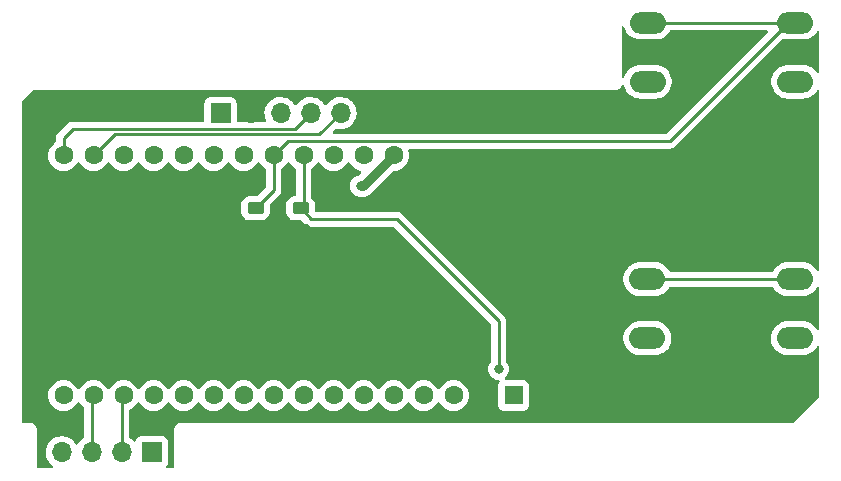
<source format=gbr>
G04 #@! TF.GenerationSoftware,KiCad,Pcbnew,(6.0.7-1)-1*
G04 #@! TF.CreationDate,2022-11-28T10:58:20-05:00*
G04 #@! TF.ProjectId,ebike_LED,6562696b-655f-44c4-9544-2e6b69636164,rev?*
G04 #@! TF.SameCoordinates,Original*
G04 #@! TF.FileFunction,Copper,L1,Top*
G04 #@! TF.FilePolarity,Positive*
%FSLAX46Y46*%
G04 Gerber Fmt 4.6, Leading zero omitted, Abs format (unit mm)*
G04 Created by KiCad (PCBNEW (6.0.7-1)-1) date 2022-11-28 10:58:20*
%MOMM*%
%LPD*%
G01*
G04 APERTURE LIST*
G04 Aperture macros list*
%AMRoundRect*
0 Rectangle with rounded corners*
0 $1 Rounding radius*
0 $2 $3 $4 $5 $6 $7 $8 $9 X,Y pos of 4 corners*
0 Add a 4 corners polygon primitive as box body*
4,1,4,$2,$3,$4,$5,$6,$7,$8,$9,$2,$3,0*
0 Add four circle primitives for the rounded corners*
1,1,$1+$1,$2,$3*
1,1,$1+$1,$4,$5*
1,1,$1+$1,$6,$7*
1,1,$1+$1,$8,$9*
0 Add four rect primitives between the rounded corners*
20,1,$1+$1,$2,$3,$4,$5,0*
20,1,$1+$1,$4,$5,$6,$7,0*
20,1,$1+$1,$6,$7,$8,$9,0*
20,1,$1+$1,$8,$9,$2,$3,0*%
G04 Aperture macros list end*
G04 #@! TA.AperFunction,ComponentPad*
%ADD10R,1.700000X1.700000*%
G04 #@! TD*
G04 #@! TA.AperFunction,ComponentPad*
%ADD11O,1.700000X1.700000*%
G04 #@! TD*
G04 #@! TA.AperFunction,SMDPad,CuDef*
%ADD12RoundRect,0.250000X0.450000X-0.262500X0.450000X0.262500X-0.450000X0.262500X-0.450000X-0.262500X0*%
G04 #@! TD*
G04 #@! TA.AperFunction,ComponentPad*
%ADD13O,3.048000X1.850000*%
G04 #@! TD*
G04 #@! TA.AperFunction,ComponentPad*
%ADD14R,1.600000X1.600000*%
G04 #@! TD*
G04 #@! TA.AperFunction,ComponentPad*
%ADD15C,1.600000*%
G04 #@! TD*
G04 #@! TA.AperFunction,ViaPad*
%ADD16C,0.800000*%
G04 #@! TD*
G04 #@! TA.AperFunction,Conductor*
%ADD17C,0.250000*%
G04 #@! TD*
G04 #@! TA.AperFunction,Conductor*
%ADD18C,0.800000*%
G04 #@! TD*
G04 APERTURE END LIST*
D10*
X59791600Y-66725800D03*
D11*
X57251600Y-66725800D03*
X54711600Y-66725800D03*
X52171600Y-66725800D03*
D12*
X68580000Y-47902500D03*
X68580000Y-46077500D03*
D10*
X65619321Y-38021200D03*
D11*
X68159321Y-38021200D03*
X70699321Y-38021200D03*
X73239321Y-38021200D03*
X75779321Y-38021200D03*
D13*
X114260000Y-52070000D03*
X101760000Y-52070000D03*
X101760000Y-57070000D03*
X114260000Y-57070000D03*
X101790000Y-30350000D03*
X114290000Y-30350000D03*
X114290000Y-35350000D03*
X101790000Y-35350000D03*
D12*
X72390000Y-47902500D03*
X72390000Y-46077500D03*
D14*
X90424000Y-61925200D03*
D15*
X87884000Y-61925200D03*
X85344000Y-61925200D03*
X82804000Y-61925200D03*
X80264000Y-61925200D03*
X77724000Y-61925200D03*
X75184000Y-61925200D03*
X72644000Y-61925200D03*
X70104000Y-61925200D03*
X67564000Y-61925200D03*
X65024000Y-61925200D03*
X62484000Y-61925200D03*
X59944000Y-61925200D03*
X57404000Y-61925200D03*
X54864000Y-61925200D03*
X52324000Y-61925200D03*
X52324000Y-41605200D03*
X54864000Y-41605200D03*
X57404000Y-41605200D03*
X59944000Y-41605200D03*
X62484000Y-41605200D03*
X65024000Y-41605200D03*
X67564000Y-41605200D03*
X70104000Y-41605200D03*
X72644000Y-41605200D03*
X75184000Y-41605200D03*
X77724000Y-41605200D03*
X80264000Y-41605200D03*
D16*
X77470000Y-44196000D03*
X89154000Y-59690000D03*
D17*
X68580000Y-47902500D02*
X68580000Y-47603173D01*
X108842000Y-30350000D02*
X114290000Y-30350000D01*
X114290000Y-30350000D02*
X113668000Y-30350000D01*
X70104000Y-44553500D02*
X68580000Y-46077500D01*
X113668000Y-30350000D02*
X105918000Y-38100000D01*
X101092000Y-40386000D02*
X101600000Y-40386000D01*
X71323200Y-40386000D02*
X100584000Y-40386000D01*
X70104000Y-41605200D02*
X70104000Y-44553500D01*
X70104000Y-41605200D02*
X71323200Y-40386000D01*
X103632000Y-40386000D02*
X100584000Y-40386000D01*
X105918000Y-38100000D02*
X103632000Y-40386000D01*
X100584000Y-40386000D02*
X101092000Y-40386000D01*
X114290000Y-30350000D02*
X101790000Y-30350000D01*
X57251600Y-66725800D02*
X57251600Y-62077600D01*
X57251600Y-62077600D02*
X57404000Y-61925200D01*
X57125201Y-66852199D02*
X57251600Y-66725800D01*
X54864000Y-41605200D02*
X56649200Y-39820000D01*
X56649200Y-39820000D02*
X73980521Y-39820000D01*
X73980521Y-39820000D02*
X75779321Y-38021200D01*
X53086000Y-39370000D02*
X52324000Y-40132000D01*
X52324000Y-40132000D02*
X52324000Y-41605200D01*
X71890521Y-39370000D02*
X53086000Y-39370000D01*
X73239321Y-38021200D02*
X71890521Y-39370000D01*
D18*
X80264000Y-41605200D02*
X77673200Y-44196000D01*
X77673200Y-44196000D02*
X77470000Y-44196000D01*
D17*
X54875199Y-66889399D02*
X54711600Y-66725800D01*
X54711600Y-62077600D02*
X54864000Y-61925200D01*
X54711600Y-66725800D02*
X54711600Y-62077600D01*
X107950000Y-52070000D02*
X101760000Y-52070000D01*
X72644000Y-41605200D02*
X72644000Y-45823500D01*
X73302500Y-46990000D02*
X72390000Y-46077500D01*
X89154000Y-59690000D02*
X89154000Y-55626000D01*
X72644000Y-45823500D02*
X72390000Y-46077500D01*
X114260000Y-52070000D02*
X107950000Y-52070000D01*
X80518000Y-46990000D02*
X73302500Y-46990000D01*
X89154000Y-55626000D02*
X80518000Y-46990000D01*
G04 #@! TA.AperFunction,Conductor*
G36*
X99777012Y-30696164D02*
G01*
X99814265Y-30752243D01*
X99864980Y-30907407D01*
X99867370Y-30911998D01*
X99942936Y-31057158D01*
X99973825Y-31116496D01*
X99976928Y-31120629D01*
X99976930Y-31120632D01*
X100112253Y-31300865D01*
X100115358Y-31305000D01*
X100285777Y-31467857D01*
X100480508Y-31600693D01*
X100485192Y-31602867D01*
X100485195Y-31602869D01*
X100689628Y-31697764D01*
X100689633Y-31697766D01*
X100694319Y-31699941D01*
X100921468Y-31762935D01*
X100926605Y-31763484D01*
X101110563Y-31783144D01*
X101110571Y-31783144D01*
X101113898Y-31783500D01*
X102448757Y-31783500D01*
X102451330Y-31783288D01*
X102451341Y-31783288D01*
X102618779Y-31769522D01*
X102618785Y-31769521D01*
X102623930Y-31769098D01*
X102852551Y-31711673D01*
X103068723Y-31617678D01*
X103266641Y-31489640D01*
X103290581Y-31467857D01*
X103437167Y-31334473D01*
X103437168Y-31334471D01*
X103440989Y-31330995D01*
X103444188Y-31326944D01*
X103444192Y-31326940D01*
X103558142Y-31182655D01*
X103587085Y-31146006D01*
X103589580Y-31141487D01*
X103589586Y-31141478D01*
X103640854Y-31048606D01*
X103691286Y-30998636D01*
X103751162Y-30983500D01*
X111834406Y-30983500D01*
X111902527Y-31003502D01*
X111949020Y-31057158D01*
X111959124Y-31127432D01*
X111929630Y-31192012D01*
X111923501Y-31198595D01*
X108722960Y-34399135D01*
X103406500Y-39715595D01*
X103344188Y-39749621D01*
X103317405Y-39752500D01*
X75248115Y-39752500D01*
X75179994Y-39732498D01*
X75133501Y-39678842D01*
X75123397Y-39608568D01*
X75152891Y-39543988D01*
X75159020Y-39537405D01*
X75323870Y-39372555D01*
X75386182Y-39338529D01*
X75438083Y-39338179D01*
X75617918Y-39374767D01*
X75623093Y-39374957D01*
X75623095Y-39374957D01*
X75835994Y-39382764D01*
X75835998Y-39382764D01*
X75841158Y-39382953D01*
X75846278Y-39382297D01*
X75846280Y-39382297D01*
X76057609Y-39355225D01*
X76057610Y-39355225D01*
X76062737Y-39354568D01*
X76067687Y-39353083D01*
X76271750Y-39291861D01*
X76271755Y-39291859D01*
X76276705Y-39290374D01*
X76477315Y-39192096D01*
X76659181Y-39062373D01*
X76817417Y-38904689D01*
X76826090Y-38892620D01*
X76944756Y-38727477D01*
X76947774Y-38723277D01*
X76951125Y-38716498D01*
X77044457Y-38527653D01*
X77044458Y-38527651D01*
X77046751Y-38523011D01*
X77111691Y-38309269D01*
X77140850Y-38087790D01*
X77142477Y-38021200D01*
X77124173Y-37798561D01*
X77069752Y-37581902D01*
X76980675Y-37377040D01*
X76859335Y-37189477D01*
X76708991Y-37024251D01*
X76704940Y-37021052D01*
X76704936Y-37021048D01*
X76537735Y-36889000D01*
X76537731Y-36888998D01*
X76533680Y-36885798D01*
X76495898Y-36864941D01*
X76481457Y-36856969D01*
X76338110Y-36777838D01*
X76333241Y-36776114D01*
X76333237Y-36776112D01*
X76132408Y-36704995D01*
X76132404Y-36704994D01*
X76127533Y-36703269D01*
X76122440Y-36702362D01*
X76122437Y-36702361D01*
X75912694Y-36665000D01*
X75912688Y-36664999D01*
X75907605Y-36664094D01*
X75833773Y-36663192D01*
X75689402Y-36661428D01*
X75689400Y-36661428D01*
X75684232Y-36661365D01*
X75463412Y-36695155D01*
X75251077Y-36764557D01*
X75052928Y-36867707D01*
X75048795Y-36870810D01*
X75048792Y-36870812D01*
X74878421Y-36998730D01*
X74874286Y-37001835D01*
X74719950Y-37163338D01*
X74612522Y-37320821D01*
X74557614Y-37365821D01*
X74487089Y-37373992D01*
X74423342Y-37342738D01*
X74402645Y-37318254D01*
X74322143Y-37193817D01*
X74322141Y-37193814D01*
X74319335Y-37189477D01*
X74168991Y-37024251D01*
X74164940Y-37021052D01*
X74164936Y-37021048D01*
X73997735Y-36889000D01*
X73997731Y-36888998D01*
X73993680Y-36885798D01*
X73955898Y-36864941D01*
X73941457Y-36856969D01*
X73798110Y-36777838D01*
X73793241Y-36776114D01*
X73793237Y-36776112D01*
X73592408Y-36704995D01*
X73592404Y-36704994D01*
X73587533Y-36703269D01*
X73582440Y-36702362D01*
X73582437Y-36702361D01*
X73372694Y-36665000D01*
X73372688Y-36664999D01*
X73367605Y-36664094D01*
X73293773Y-36663192D01*
X73149402Y-36661428D01*
X73149400Y-36661428D01*
X73144232Y-36661365D01*
X72923412Y-36695155D01*
X72711077Y-36764557D01*
X72512928Y-36867707D01*
X72508795Y-36870810D01*
X72508792Y-36870812D01*
X72338421Y-36998730D01*
X72334286Y-37001835D01*
X72179950Y-37163338D01*
X72072522Y-37320821D01*
X72017614Y-37365821D01*
X71947089Y-37373992D01*
X71883342Y-37342738D01*
X71862645Y-37318254D01*
X71782143Y-37193817D01*
X71782141Y-37193814D01*
X71779335Y-37189477D01*
X71628991Y-37024251D01*
X71624940Y-37021052D01*
X71624936Y-37021048D01*
X71457735Y-36889000D01*
X71457731Y-36888998D01*
X71453680Y-36885798D01*
X71415898Y-36864941D01*
X71401457Y-36856969D01*
X71258110Y-36777838D01*
X71253241Y-36776114D01*
X71253237Y-36776112D01*
X71052408Y-36704995D01*
X71052404Y-36704994D01*
X71047533Y-36703269D01*
X71042440Y-36702362D01*
X71042437Y-36702361D01*
X70832694Y-36665000D01*
X70832688Y-36664999D01*
X70827605Y-36664094D01*
X70753773Y-36663192D01*
X70609402Y-36661428D01*
X70609400Y-36661428D01*
X70604232Y-36661365D01*
X70383412Y-36695155D01*
X70171077Y-36764557D01*
X69972928Y-36867707D01*
X69968795Y-36870810D01*
X69968792Y-36870812D01*
X69798421Y-36998730D01*
X69794286Y-37001835D01*
X69639950Y-37163338D01*
X69514064Y-37347880D01*
X69420009Y-37550505D01*
X69360310Y-37765770D01*
X69336572Y-37987895D01*
X69336869Y-37993048D01*
X69336869Y-37993051D01*
X69342332Y-38087790D01*
X69349431Y-38210915D01*
X69350568Y-38215961D01*
X69350569Y-38215967D01*
X69370440Y-38304139D01*
X69398543Y-38428839D01*
X69400485Y-38433621D01*
X69400486Y-38433625D01*
X69453059Y-38563096D01*
X69460155Y-38633737D01*
X69427933Y-38697000D01*
X69366623Y-38732801D01*
X69336316Y-38736500D01*
X67103821Y-38736500D01*
X67035700Y-38716498D01*
X66989207Y-38662842D01*
X66977821Y-38610500D01*
X66977821Y-37123066D01*
X66971066Y-37060884D01*
X66919936Y-36924495D01*
X66832582Y-36807939D01*
X66716026Y-36720585D01*
X66579637Y-36669455D01*
X66517455Y-36662700D01*
X64721187Y-36662700D01*
X64659005Y-36669455D01*
X64522616Y-36720585D01*
X64406060Y-36807939D01*
X64318706Y-36924495D01*
X64267576Y-37060884D01*
X64260821Y-37123066D01*
X64260821Y-38610500D01*
X64240819Y-38678621D01*
X64187163Y-38725114D01*
X64134821Y-38736500D01*
X53164768Y-38736500D01*
X53153585Y-38735973D01*
X53146092Y-38734298D01*
X53138166Y-38734547D01*
X53138165Y-38734547D01*
X53078002Y-38736438D01*
X53074044Y-38736500D01*
X53046144Y-38736500D01*
X53042154Y-38737004D01*
X53030320Y-38737936D01*
X52986111Y-38739326D01*
X52978497Y-38741538D01*
X52978492Y-38741539D01*
X52966659Y-38744977D01*
X52947296Y-38748988D01*
X52927203Y-38751526D01*
X52919836Y-38754443D01*
X52919831Y-38754444D01*
X52886092Y-38767802D01*
X52874865Y-38771646D01*
X52832407Y-38783982D01*
X52825581Y-38788019D01*
X52814972Y-38794293D01*
X52797224Y-38802988D01*
X52778383Y-38810448D01*
X52771967Y-38815110D01*
X52771966Y-38815110D01*
X52742613Y-38836436D01*
X52732693Y-38842952D01*
X52701465Y-38861420D01*
X52701462Y-38861422D01*
X52694638Y-38865458D01*
X52680317Y-38879779D01*
X52665284Y-38892619D01*
X52648893Y-38904528D01*
X52622516Y-38936413D01*
X52620712Y-38938593D01*
X52612722Y-38947374D01*
X51931742Y-39628353D01*
X51923463Y-39635887D01*
X51916982Y-39640000D01*
X51880507Y-39678842D01*
X51870357Y-39689651D01*
X51867602Y-39692493D01*
X51847865Y-39712230D01*
X51845385Y-39715427D01*
X51837682Y-39724447D01*
X51807414Y-39756679D01*
X51803595Y-39763625D01*
X51803593Y-39763628D01*
X51797652Y-39774434D01*
X51786801Y-39790953D01*
X51774386Y-39806959D01*
X51771241Y-39814228D01*
X51771238Y-39814232D01*
X51756826Y-39847537D01*
X51751609Y-39858187D01*
X51730305Y-39896940D01*
X51728334Y-39904615D01*
X51728334Y-39904616D01*
X51725267Y-39916562D01*
X51718863Y-39935266D01*
X51710819Y-39953855D01*
X51709580Y-39961678D01*
X51709577Y-39961688D01*
X51703901Y-39997524D01*
X51701495Y-40009144D01*
X51692472Y-40044289D01*
X51690500Y-40051970D01*
X51690500Y-40072224D01*
X51688949Y-40091934D01*
X51685780Y-40111943D01*
X51686526Y-40119835D01*
X51689941Y-40155961D01*
X51690500Y-40167819D01*
X51690500Y-40385806D01*
X51670498Y-40453927D01*
X51636771Y-40489019D01*
X51484211Y-40595843D01*
X51484208Y-40595845D01*
X51479700Y-40599002D01*
X51317802Y-40760900D01*
X51186477Y-40948451D01*
X51184154Y-40953433D01*
X51184151Y-40953438D01*
X51134273Y-41060403D01*
X51089716Y-41155957D01*
X51088294Y-41161265D01*
X51088293Y-41161267D01*
X51075283Y-41209821D01*
X51030457Y-41377113D01*
X51010502Y-41605200D01*
X51030457Y-41833287D01*
X51089716Y-42054443D01*
X51092039Y-42059424D01*
X51092039Y-42059425D01*
X51184151Y-42256962D01*
X51184154Y-42256967D01*
X51186477Y-42261949D01*
X51317802Y-42449500D01*
X51479700Y-42611398D01*
X51484208Y-42614555D01*
X51484211Y-42614557D01*
X51562389Y-42669298D01*
X51667251Y-42742723D01*
X51672233Y-42745046D01*
X51672238Y-42745049D01*
X51842825Y-42824594D01*
X51874757Y-42839484D01*
X51880065Y-42840906D01*
X51880067Y-42840907D01*
X52090598Y-42897319D01*
X52090600Y-42897319D01*
X52095913Y-42898743D01*
X52324000Y-42918698D01*
X52552087Y-42898743D01*
X52557400Y-42897319D01*
X52557402Y-42897319D01*
X52767933Y-42840907D01*
X52767935Y-42840906D01*
X52773243Y-42839484D01*
X52805175Y-42824594D01*
X52975762Y-42745049D01*
X52975767Y-42745046D01*
X52980749Y-42742723D01*
X53085611Y-42669298D01*
X53163789Y-42614557D01*
X53163792Y-42614555D01*
X53168300Y-42611398D01*
X53330198Y-42449500D01*
X53461523Y-42261949D01*
X53463846Y-42256967D01*
X53463849Y-42256962D01*
X53479805Y-42222743D01*
X53526722Y-42169458D01*
X53594999Y-42149997D01*
X53662959Y-42170539D01*
X53708195Y-42222743D01*
X53724151Y-42256962D01*
X53724154Y-42256967D01*
X53726477Y-42261949D01*
X53857802Y-42449500D01*
X54019700Y-42611398D01*
X54024208Y-42614555D01*
X54024211Y-42614557D01*
X54102389Y-42669298D01*
X54207251Y-42742723D01*
X54212233Y-42745046D01*
X54212238Y-42745049D01*
X54382825Y-42824594D01*
X54414757Y-42839484D01*
X54420065Y-42840906D01*
X54420067Y-42840907D01*
X54630598Y-42897319D01*
X54630600Y-42897319D01*
X54635913Y-42898743D01*
X54864000Y-42918698D01*
X55092087Y-42898743D01*
X55097400Y-42897319D01*
X55097402Y-42897319D01*
X55307933Y-42840907D01*
X55307935Y-42840906D01*
X55313243Y-42839484D01*
X55345175Y-42824594D01*
X55515762Y-42745049D01*
X55515767Y-42745046D01*
X55520749Y-42742723D01*
X55625611Y-42669298D01*
X55703789Y-42614557D01*
X55703792Y-42614555D01*
X55708300Y-42611398D01*
X55870198Y-42449500D01*
X56001523Y-42261949D01*
X56003846Y-42256967D01*
X56003849Y-42256962D01*
X56019805Y-42222743D01*
X56066722Y-42169458D01*
X56134999Y-42149997D01*
X56202959Y-42170539D01*
X56248195Y-42222743D01*
X56264151Y-42256962D01*
X56264154Y-42256967D01*
X56266477Y-42261949D01*
X56397802Y-42449500D01*
X56559700Y-42611398D01*
X56564208Y-42614555D01*
X56564211Y-42614557D01*
X56642389Y-42669298D01*
X56747251Y-42742723D01*
X56752233Y-42745046D01*
X56752238Y-42745049D01*
X56922825Y-42824594D01*
X56954757Y-42839484D01*
X56960065Y-42840906D01*
X56960067Y-42840907D01*
X57170598Y-42897319D01*
X57170600Y-42897319D01*
X57175913Y-42898743D01*
X57404000Y-42918698D01*
X57632087Y-42898743D01*
X57637400Y-42897319D01*
X57637402Y-42897319D01*
X57847933Y-42840907D01*
X57847935Y-42840906D01*
X57853243Y-42839484D01*
X57885175Y-42824594D01*
X58055762Y-42745049D01*
X58055767Y-42745046D01*
X58060749Y-42742723D01*
X58165611Y-42669298D01*
X58243789Y-42614557D01*
X58243792Y-42614555D01*
X58248300Y-42611398D01*
X58410198Y-42449500D01*
X58541523Y-42261949D01*
X58543846Y-42256967D01*
X58543849Y-42256962D01*
X58559805Y-42222743D01*
X58606722Y-42169458D01*
X58674999Y-42149997D01*
X58742959Y-42170539D01*
X58788195Y-42222743D01*
X58804151Y-42256962D01*
X58804154Y-42256967D01*
X58806477Y-42261949D01*
X58937802Y-42449500D01*
X59099700Y-42611398D01*
X59104208Y-42614555D01*
X59104211Y-42614557D01*
X59182389Y-42669298D01*
X59287251Y-42742723D01*
X59292233Y-42745046D01*
X59292238Y-42745049D01*
X59462825Y-42824594D01*
X59494757Y-42839484D01*
X59500065Y-42840906D01*
X59500067Y-42840907D01*
X59710598Y-42897319D01*
X59710600Y-42897319D01*
X59715913Y-42898743D01*
X59944000Y-42918698D01*
X60172087Y-42898743D01*
X60177400Y-42897319D01*
X60177402Y-42897319D01*
X60387933Y-42840907D01*
X60387935Y-42840906D01*
X60393243Y-42839484D01*
X60425175Y-42824594D01*
X60595762Y-42745049D01*
X60595767Y-42745046D01*
X60600749Y-42742723D01*
X60705611Y-42669298D01*
X60783789Y-42614557D01*
X60783792Y-42614555D01*
X60788300Y-42611398D01*
X60950198Y-42449500D01*
X61081523Y-42261949D01*
X61083846Y-42256967D01*
X61083849Y-42256962D01*
X61099805Y-42222743D01*
X61146722Y-42169458D01*
X61214999Y-42149997D01*
X61282959Y-42170539D01*
X61328195Y-42222743D01*
X61344151Y-42256962D01*
X61344154Y-42256967D01*
X61346477Y-42261949D01*
X61477802Y-42449500D01*
X61639700Y-42611398D01*
X61644208Y-42614555D01*
X61644211Y-42614557D01*
X61722389Y-42669298D01*
X61827251Y-42742723D01*
X61832233Y-42745046D01*
X61832238Y-42745049D01*
X62002825Y-42824594D01*
X62034757Y-42839484D01*
X62040065Y-42840906D01*
X62040067Y-42840907D01*
X62250598Y-42897319D01*
X62250600Y-42897319D01*
X62255913Y-42898743D01*
X62484000Y-42918698D01*
X62712087Y-42898743D01*
X62717400Y-42897319D01*
X62717402Y-42897319D01*
X62927933Y-42840907D01*
X62927935Y-42840906D01*
X62933243Y-42839484D01*
X62965175Y-42824594D01*
X63135762Y-42745049D01*
X63135767Y-42745046D01*
X63140749Y-42742723D01*
X63245611Y-42669298D01*
X63323789Y-42614557D01*
X63323792Y-42614555D01*
X63328300Y-42611398D01*
X63490198Y-42449500D01*
X63621523Y-42261949D01*
X63623846Y-42256967D01*
X63623849Y-42256962D01*
X63639805Y-42222743D01*
X63686722Y-42169458D01*
X63754999Y-42149997D01*
X63822959Y-42170539D01*
X63868195Y-42222743D01*
X63884151Y-42256962D01*
X63884154Y-42256967D01*
X63886477Y-42261949D01*
X64017802Y-42449500D01*
X64179700Y-42611398D01*
X64184208Y-42614555D01*
X64184211Y-42614557D01*
X64262389Y-42669298D01*
X64367251Y-42742723D01*
X64372233Y-42745046D01*
X64372238Y-42745049D01*
X64542825Y-42824594D01*
X64574757Y-42839484D01*
X64580065Y-42840906D01*
X64580067Y-42840907D01*
X64790598Y-42897319D01*
X64790600Y-42897319D01*
X64795913Y-42898743D01*
X65024000Y-42918698D01*
X65252087Y-42898743D01*
X65257400Y-42897319D01*
X65257402Y-42897319D01*
X65467933Y-42840907D01*
X65467935Y-42840906D01*
X65473243Y-42839484D01*
X65505175Y-42824594D01*
X65675762Y-42745049D01*
X65675767Y-42745046D01*
X65680749Y-42742723D01*
X65785611Y-42669298D01*
X65863789Y-42614557D01*
X65863792Y-42614555D01*
X65868300Y-42611398D01*
X66030198Y-42449500D01*
X66161523Y-42261949D01*
X66163846Y-42256967D01*
X66163849Y-42256962D01*
X66179805Y-42222743D01*
X66226722Y-42169458D01*
X66294999Y-42149997D01*
X66362959Y-42170539D01*
X66408195Y-42222743D01*
X66424151Y-42256962D01*
X66424154Y-42256967D01*
X66426477Y-42261949D01*
X66557802Y-42449500D01*
X66719700Y-42611398D01*
X66724208Y-42614555D01*
X66724211Y-42614557D01*
X66802389Y-42669298D01*
X66907251Y-42742723D01*
X66912233Y-42745046D01*
X66912238Y-42745049D01*
X67082825Y-42824594D01*
X67114757Y-42839484D01*
X67120065Y-42840906D01*
X67120067Y-42840907D01*
X67330598Y-42897319D01*
X67330600Y-42897319D01*
X67335913Y-42898743D01*
X67564000Y-42918698D01*
X67792087Y-42898743D01*
X67797400Y-42897319D01*
X67797402Y-42897319D01*
X68007933Y-42840907D01*
X68007935Y-42840906D01*
X68013243Y-42839484D01*
X68045175Y-42824594D01*
X68215762Y-42745049D01*
X68215767Y-42745046D01*
X68220749Y-42742723D01*
X68325611Y-42669298D01*
X68403789Y-42614557D01*
X68403792Y-42614555D01*
X68408300Y-42611398D01*
X68570198Y-42449500D01*
X68701523Y-42261949D01*
X68703846Y-42256967D01*
X68703849Y-42256962D01*
X68719805Y-42222743D01*
X68766722Y-42169458D01*
X68834999Y-42149997D01*
X68902959Y-42170539D01*
X68948195Y-42222743D01*
X68964151Y-42256962D01*
X68964154Y-42256967D01*
X68966477Y-42261949D01*
X69097802Y-42449500D01*
X69259700Y-42611398D01*
X69264208Y-42614555D01*
X69264211Y-42614557D01*
X69416771Y-42721381D01*
X69461099Y-42776838D01*
X69470500Y-42824594D01*
X69470500Y-44238905D01*
X69450498Y-44307026D01*
X69433595Y-44328000D01*
X68742000Y-45019595D01*
X68679688Y-45053621D01*
X68652905Y-45056500D01*
X68079600Y-45056500D01*
X68076354Y-45056837D01*
X68076350Y-45056837D01*
X67980692Y-45066762D01*
X67980688Y-45066763D01*
X67973834Y-45067474D01*
X67967298Y-45069655D01*
X67967296Y-45069655D01*
X67888571Y-45095920D01*
X67806054Y-45123450D01*
X67655652Y-45216522D01*
X67530695Y-45341697D01*
X67437885Y-45492262D01*
X67382203Y-45660139D01*
X67371500Y-45764600D01*
X67371500Y-46390400D01*
X67371837Y-46393646D01*
X67371837Y-46393650D01*
X67379717Y-46469593D01*
X67382474Y-46496166D01*
X67384655Y-46502702D01*
X67384655Y-46502704D01*
X67395435Y-46535016D01*
X67438450Y-46663946D01*
X67531522Y-46814348D01*
X67656697Y-46939305D01*
X67662927Y-46943145D01*
X67662928Y-46943146D01*
X67800090Y-47027694D01*
X67807262Y-47032115D01*
X67887005Y-47058564D01*
X67968611Y-47085632D01*
X67968613Y-47085632D01*
X67975139Y-47087797D01*
X67981975Y-47088497D01*
X67981978Y-47088498D01*
X68025031Y-47092909D01*
X68079600Y-47098500D01*
X69080400Y-47098500D01*
X69083646Y-47098163D01*
X69083650Y-47098163D01*
X69179308Y-47088238D01*
X69179312Y-47088237D01*
X69186166Y-47087526D01*
X69192702Y-47085345D01*
X69192704Y-47085345D01*
X69324806Y-47041272D01*
X69353946Y-47031550D01*
X69504348Y-46938478D01*
X69629305Y-46813303D01*
X69722115Y-46662738D01*
X69750368Y-46577557D01*
X69775632Y-46501389D01*
X69775632Y-46501387D01*
X69777797Y-46494861D01*
X69779439Y-46478841D01*
X69788172Y-46393598D01*
X69788500Y-46390400D01*
X69788500Y-45817094D01*
X69808502Y-45748973D01*
X69825405Y-45727999D01*
X70496247Y-45057157D01*
X70504537Y-45049613D01*
X70511018Y-45045500D01*
X70520996Y-45034875D01*
X70554792Y-44998885D01*
X70557659Y-44995832D01*
X70560413Y-44992991D01*
X70580134Y-44973270D01*
X70582612Y-44970075D01*
X70590318Y-44961053D01*
X70615158Y-44934601D01*
X70620586Y-44928821D01*
X70630346Y-44911068D01*
X70641199Y-44894545D01*
X70646998Y-44887069D01*
X70653613Y-44878541D01*
X70671176Y-44837957D01*
X70676383Y-44827327D01*
X70697695Y-44788560D01*
X70699666Y-44780883D01*
X70699668Y-44780878D01*
X70702732Y-44768942D01*
X70709138Y-44750230D01*
X70714034Y-44738917D01*
X70717181Y-44731645D01*
X70723542Y-44691487D01*
X70724097Y-44687981D01*
X70726504Y-44676360D01*
X70735528Y-44641211D01*
X70735528Y-44641210D01*
X70737500Y-44633530D01*
X70737500Y-44613269D01*
X70739051Y-44593558D01*
X70740979Y-44581385D01*
X70742219Y-44573557D01*
X70738059Y-44529546D01*
X70737500Y-44517689D01*
X70737500Y-42824594D01*
X70757502Y-42756473D01*
X70791229Y-42721381D01*
X70943789Y-42614557D01*
X70943792Y-42614555D01*
X70948300Y-42611398D01*
X71110198Y-42449500D01*
X71241523Y-42261949D01*
X71243846Y-42256967D01*
X71243849Y-42256962D01*
X71259805Y-42222743D01*
X71306722Y-42169458D01*
X71374999Y-42149997D01*
X71442959Y-42170539D01*
X71488195Y-42222743D01*
X71504151Y-42256962D01*
X71504154Y-42256967D01*
X71506477Y-42261949D01*
X71637802Y-42449500D01*
X71799700Y-42611398D01*
X71804208Y-42614555D01*
X71804211Y-42614557D01*
X71956771Y-42721381D01*
X72001099Y-42776838D01*
X72010500Y-42824594D01*
X72010500Y-44930764D01*
X71990498Y-44998885D01*
X71936842Y-45045378D01*
X71891403Y-45056500D01*
X71889600Y-45056500D01*
X71886354Y-45056837D01*
X71886350Y-45056837D01*
X71790692Y-45066762D01*
X71790688Y-45066763D01*
X71783834Y-45067474D01*
X71777298Y-45069655D01*
X71777296Y-45069655D01*
X71698571Y-45095920D01*
X71616054Y-45123450D01*
X71465652Y-45216522D01*
X71340695Y-45341697D01*
X71247885Y-45492262D01*
X71192203Y-45660139D01*
X71181500Y-45764600D01*
X71181500Y-46390400D01*
X71181837Y-46393646D01*
X71181837Y-46393650D01*
X71189717Y-46469593D01*
X71192474Y-46496166D01*
X71194655Y-46502702D01*
X71194655Y-46502704D01*
X71205435Y-46535016D01*
X71248450Y-46663946D01*
X71341522Y-46814348D01*
X71466697Y-46939305D01*
X71472927Y-46943145D01*
X71472928Y-46943146D01*
X71610090Y-47027694D01*
X71617262Y-47032115D01*
X71697005Y-47058564D01*
X71778611Y-47085632D01*
X71778613Y-47085632D01*
X71785139Y-47087797D01*
X71791975Y-47088497D01*
X71791978Y-47088498D01*
X71835031Y-47092909D01*
X71889600Y-47098500D01*
X72462905Y-47098500D01*
X72531026Y-47118502D01*
X72552000Y-47135405D01*
X72798848Y-47382253D01*
X72806388Y-47390539D01*
X72810500Y-47397018D01*
X72816277Y-47402443D01*
X72860151Y-47443643D01*
X72862993Y-47446398D01*
X72882730Y-47466135D01*
X72885927Y-47468615D01*
X72894947Y-47476318D01*
X72927179Y-47506586D01*
X72934125Y-47510405D01*
X72934128Y-47510407D01*
X72944934Y-47516348D01*
X72961453Y-47527199D01*
X72977459Y-47539614D01*
X72984728Y-47542759D01*
X72984732Y-47542762D01*
X73018037Y-47557174D01*
X73028687Y-47562391D01*
X73067440Y-47583695D01*
X73075115Y-47585666D01*
X73075116Y-47585666D01*
X73087062Y-47588733D01*
X73105767Y-47595137D01*
X73124355Y-47603181D01*
X73132178Y-47604420D01*
X73132188Y-47604423D01*
X73168024Y-47610099D01*
X73179644Y-47612505D01*
X73214789Y-47621528D01*
X73222470Y-47623500D01*
X73242724Y-47623500D01*
X73262434Y-47625051D01*
X73282443Y-47628220D01*
X73290335Y-47627474D01*
X73326461Y-47624059D01*
X73338319Y-47623500D01*
X80203406Y-47623500D01*
X80271527Y-47643502D01*
X80292501Y-47660405D01*
X88483595Y-55851499D01*
X88517621Y-55913811D01*
X88520500Y-55940594D01*
X88520500Y-58987476D01*
X88500498Y-59055597D01*
X88488142Y-59071779D01*
X88414960Y-59153056D01*
X88319473Y-59318444D01*
X88260458Y-59500072D01*
X88240496Y-59690000D01*
X88260458Y-59879928D01*
X88319473Y-60061556D01*
X88414960Y-60226944D01*
X88542747Y-60368866D01*
X88697248Y-60481118D01*
X88703276Y-60483802D01*
X88703278Y-60483803D01*
X88836332Y-60543042D01*
X88871712Y-60558794D01*
X88965113Y-60578647D01*
X89052056Y-60597128D01*
X89052061Y-60597128D01*
X89058513Y-60598500D01*
X89131339Y-60598500D01*
X89199460Y-60618502D01*
X89245953Y-60672158D01*
X89256057Y-60742432D01*
X89232165Y-60800065D01*
X89173385Y-60878495D01*
X89122255Y-61014884D01*
X89115500Y-61077066D01*
X89115500Y-62773334D01*
X89122255Y-62835516D01*
X89173385Y-62971905D01*
X89260739Y-63088461D01*
X89377295Y-63175815D01*
X89513684Y-63226945D01*
X89575866Y-63233700D01*
X91272134Y-63233700D01*
X91334316Y-63226945D01*
X91470705Y-63175815D01*
X91587261Y-63088461D01*
X91674615Y-62971905D01*
X91725745Y-62835516D01*
X91732500Y-62773334D01*
X91732500Y-61077066D01*
X91725745Y-61014884D01*
X91674615Y-60878495D01*
X91587261Y-60761939D01*
X91470705Y-60674585D01*
X91334316Y-60623455D01*
X91272134Y-60616700D01*
X89811927Y-60616700D01*
X89743806Y-60596698D01*
X89697313Y-60543042D01*
X89687209Y-60472768D01*
X89716703Y-60408188D01*
X89737866Y-60388764D01*
X89742388Y-60385478D01*
X89765253Y-60368866D01*
X89893040Y-60226944D01*
X89988527Y-60061556D01*
X90047542Y-59879928D01*
X90067504Y-59690000D01*
X90047542Y-59500072D01*
X89988527Y-59318444D01*
X89893040Y-59153056D01*
X89819863Y-59071785D01*
X89789147Y-59007779D01*
X89787500Y-58987476D01*
X89787500Y-57170339D01*
X99726091Y-57170339D01*
X99761747Y-57403349D01*
X99834980Y-57627407D01*
X99943825Y-57836496D01*
X99946928Y-57840629D01*
X99946930Y-57840632D01*
X99969026Y-57870061D01*
X100085358Y-58025000D01*
X100255777Y-58187857D01*
X100450508Y-58320693D01*
X100455192Y-58322867D01*
X100455195Y-58322869D01*
X100659628Y-58417764D01*
X100659633Y-58417766D01*
X100664319Y-58419941D01*
X100891468Y-58482935D01*
X100896605Y-58483484D01*
X101080563Y-58503144D01*
X101080571Y-58503144D01*
X101083898Y-58503500D01*
X102418757Y-58503500D01*
X102421330Y-58503288D01*
X102421341Y-58503288D01*
X102588779Y-58489522D01*
X102588785Y-58489521D01*
X102593930Y-58489098D01*
X102822551Y-58431673D01*
X103038723Y-58337678D01*
X103236641Y-58209640D01*
X103260581Y-58187857D01*
X103407167Y-58054473D01*
X103407168Y-58054471D01*
X103410989Y-58050995D01*
X103414188Y-58046944D01*
X103414192Y-58046940D01*
X103553883Y-57870061D01*
X103553885Y-57870057D01*
X103557085Y-57866006D01*
X103671005Y-57659639D01*
X103680794Y-57631998D01*
X103747965Y-57442311D01*
X103747966Y-57442307D01*
X103749691Y-57437436D01*
X103750599Y-57432340D01*
X103790123Y-57210456D01*
X103790124Y-57210450D01*
X103791029Y-57205367D01*
X103793909Y-56969661D01*
X103758253Y-56736651D01*
X103685020Y-56512593D01*
X103576175Y-56303504D01*
X103557415Y-56278517D01*
X103437747Y-56119135D01*
X103437745Y-56119132D01*
X103434642Y-56115000D01*
X103264223Y-55952143D01*
X103069492Y-55819307D01*
X103064808Y-55817133D01*
X103064805Y-55817131D01*
X102860372Y-55722236D01*
X102860367Y-55722234D01*
X102855681Y-55720059D01*
X102628532Y-55657065D01*
X102623395Y-55656516D01*
X102439437Y-55636856D01*
X102439429Y-55636856D01*
X102436102Y-55636500D01*
X101101243Y-55636500D01*
X101098670Y-55636712D01*
X101098659Y-55636712D01*
X100931221Y-55650478D01*
X100931215Y-55650479D01*
X100926070Y-55650902D01*
X100697449Y-55708327D01*
X100481277Y-55802322D01*
X100283359Y-55930360D01*
X100279536Y-55933839D01*
X100279533Y-55933841D01*
X100255495Y-55955714D01*
X100109011Y-56089005D01*
X100105812Y-56093056D01*
X100105808Y-56093060D01*
X99966117Y-56269939D01*
X99962915Y-56273994D01*
X99848995Y-56480361D01*
X99847271Y-56485230D01*
X99847269Y-56485234D01*
X99772035Y-56697689D01*
X99770309Y-56702564D01*
X99769402Y-56707657D01*
X99769401Y-56707660D01*
X99765113Y-56731736D01*
X99728971Y-56934633D01*
X99726091Y-57170339D01*
X89787500Y-57170339D01*
X89787500Y-55704763D01*
X89788027Y-55693579D01*
X89789701Y-55686091D01*
X89787562Y-55618032D01*
X89787500Y-55614075D01*
X89787500Y-55586144D01*
X89786994Y-55582138D01*
X89786061Y-55570292D01*
X89784922Y-55534037D01*
X89784673Y-55526110D01*
X89779022Y-55506658D01*
X89775014Y-55487306D01*
X89773467Y-55475063D01*
X89772474Y-55467203D01*
X89769556Y-55459832D01*
X89756200Y-55426097D01*
X89752355Y-55414870D01*
X89751721Y-55412687D01*
X89740018Y-55372407D01*
X89735984Y-55365585D01*
X89735981Y-55365579D01*
X89729706Y-55354968D01*
X89721010Y-55337218D01*
X89716472Y-55325756D01*
X89716469Y-55325751D01*
X89713552Y-55318383D01*
X89687573Y-55282625D01*
X89681057Y-55272707D01*
X89662575Y-55241457D01*
X89658542Y-55234637D01*
X89644218Y-55220313D01*
X89631376Y-55205278D01*
X89619472Y-55188893D01*
X89585406Y-55160711D01*
X89576627Y-55152722D01*
X81021652Y-46597747D01*
X81014112Y-46589461D01*
X81010000Y-46582982D01*
X80960348Y-46536356D01*
X80957507Y-46533602D01*
X80937770Y-46513865D01*
X80934573Y-46511385D01*
X80925551Y-46503680D01*
X80924512Y-46502704D01*
X80893321Y-46473414D01*
X80886375Y-46469595D01*
X80886372Y-46469593D01*
X80875566Y-46463652D01*
X80859047Y-46452801D01*
X80858583Y-46452441D01*
X80843041Y-46440386D01*
X80835772Y-46437241D01*
X80835768Y-46437238D01*
X80802463Y-46422826D01*
X80791813Y-46417609D01*
X80753060Y-46396305D01*
X80733437Y-46391267D01*
X80714734Y-46384863D01*
X80703420Y-46379967D01*
X80703419Y-46379967D01*
X80696145Y-46376819D01*
X80688322Y-46375580D01*
X80688312Y-46375577D01*
X80652476Y-46369901D01*
X80640856Y-46367495D01*
X80605711Y-46358472D01*
X80605710Y-46358472D01*
X80598030Y-46356500D01*
X80577776Y-46356500D01*
X80558065Y-46354949D01*
X80545886Y-46353020D01*
X80538057Y-46351780D01*
X80530165Y-46352526D01*
X80494039Y-46355941D01*
X80482181Y-46356500D01*
X73724500Y-46356500D01*
X73656379Y-46336498D01*
X73609886Y-46282842D01*
X73598500Y-46230500D01*
X73598500Y-45764600D01*
X73596879Y-45748973D01*
X73588238Y-45665692D01*
X73588237Y-45665688D01*
X73587526Y-45658834D01*
X73531550Y-45491054D01*
X73438478Y-45340652D01*
X73314482Y-45216872D01*
X73280403Y-45154590D01*
X73277500Y-45127699D01*
X73277500Y-42824594D01*
X73297502Y-42756473D01*
X73331229Y-42721381D01*
X73483789Y-42614557D01*
X73483792Y-42614555D01*
X73488300Y-42611398D01*
X73650198Y-42449500D01*
X73781523Y-42261949D01*
X73783846Y-42256967D01*
X73783849Y-42256962D01*
X73799805Y-42222743D01*
X73846722Y-42169458D01*
X73914999Y-42149997D01*
X73982959Y-42170539D01*
X74028195Y-42222743D01*
X74044151Y-42256962D01*
X74044154Y-42256967D01*
X74046477Y-42261949D01*
X74177802Y-42449500D01*
X74339700Y-42611398D01*
X74344208Y-42614555D01*
X74344211Y-42614557D01*
X74422389Y-42669298D01*
X74527251Y-42742723D01*
X74532233Y-42745046D01*
X74532238Y-42745049D01*
X74702825Y-42824594D01*
X74734757Y-42839484D01*
X74740065Y-42840906D01*
X74740067Y-42840907D01*
X74950598Y-42897319D01*
X74950600Y-42897319D01*
X74955913Y-42898743D01*
X75184000Y-42918698D01*
X75412087Y-42898743D01*
X75417400Y-42897319D01*
X75417402Y-42897319D01*
X75627933Y-42840907D01*
X75627935Y-42840906D01*
X75633243Y-42839484D01*
X75665175Y-42824594D01*
X75835762Y-42745049D01*
X75835767Y-42745046D01*
X75840749Y-42742723D01*
X75945611Y-42669298D01*
X76023789Y-42614557D01*
X76023792Y-42614555D01*
X76028300Y-42611398D01*
X76190198Y-42449500D01*
X76321523Y-42261949D01*
X76323846Y-42256967D01*
X76323849Y-42256962D01*
X76339805Y-42222743D01*
X76386722Y-42169458D01*
X76454999Y-42149997D01*
X76522959Y-42170539D01*
X76568195Y-42222743D01*
X76584151Y-42256962D01*
X76584154Y-42256967D01*
X76586477Y-42261949D01*
X76717802Y-42449500D01*
X76879700Y-42611398D01*
X76884208Y-42614555D01*
X76884211Y-42614557D01*
X76962389Y-42669298D01*
X77067251Y-42742723D01*
X77072233Y-42745046D01*
X77072238Y-42745049D01*
X77242825Y-42824594D01*
X77274757Y-42839484D01*
X77280064Y-42840906D01*
X77434748Y-42882354D01*
X77495370Y-42919306D01*
X77526392Y-42983167D01*
X77517963Y-43053661D01*
X77491231Y-43093156D01*
X77304214Y-43280173D01*
X77254055Y-43310911D01*
X77240818Y-43315212D01*
X77228080Y-43318625D01*
X77194169Y-43325833D01*
X77194165Y-43325834D01*
X77187712Y-43327206D01*
X77149994Y-43343999D01*
X77137698Y-43348718D01*
X77098444Y-43361473D01*
X77092723Y-43364776D01*
X77062710Y-43382104D01*
X77050961Y-43388091D01*
X77013248Y-43404882D01*
X77007909Y-43408761D01*
X77007904Y-43408764D01*
X76979851Y-43429146D01*
X76968798Y-43436325D01*
X76933056Y-43456960D01*
X76928147Y-43461380D01*
X76928143Y-43461383D01*
X76902386Y-43484575D01*
X76892143Y-43492871D01*
X76858747Y-43517134D01*
X76854333Y-43522036D01*
X76854331Y-43522038D01*
X76831129Y-43547806D01*
X76821806Y-43557129D01*
X76791134Y-43584747D01*
X76766871Y-43618143D01*
X76758575Y-43628386D01*
X76735383Y-43654143D01*
X76735380Y-43654147D01*
X76730960Y-43659056D01*
X76710325Y-43694798D01*
X76703146Y-43705851D01*
X76682764Y-43733904D01*
X76682761Y-43733909D01*
X76678882Y-43739248D01*
X76676199Y-43745275D01*
X76676198Y-43745276D01*
X76662092Y-43776959D01*
X76656105Y-43788708D01*
X76635473Y-43824444D01*
X76633432Y-43830727D01*
X76633431Y-43830728D01*
X76622719Y-43863696D01*
X76617999Y-43875994D01*
X76601206Y-43913712D01*
X76599834Y-43920165D01*
X76599833Y-43920169D01*
X76592625Y-43954080D01*
X76589212Y-43966817D01*
X76578498Y-43999791D01*
X76578497Y-43999798D01*
X76576458Y-44006072D01*
X76575768Y-44012633D01*
X76575768Y-44012635D01*
X76572144Y-44047122D01*
X76570082Y-44060136D01*
X76561500Y-44100513D01*
X76561500Y-44141784D01*
X76560810Y-44154955D01*
X76556496Y-44196000D01*
X76557186Y-44202565D01*
X76560810Y-44237045D01*
X76561500Y-44250216D01*
X76561500Y-44291487D01*
X76570082Y-44331864D01*
X76572143Y-44344872D01*
X76576458Y-44385928D01*
X76578497Y-44392202D01*
X76578498Y-44392209D01*
X76589212Y-44425183D01*
X76592625Y-44437920D01*
X76601206Y-44478288D01*
X76617999Y-44516006D01*
X76622718Y-44528302D01*
X76635473Y-44567556D01*
X76638776Y-44573277D01*
X76656104Y-44603290D01*
X76662092Y-44615041D01*
X76673744Y-44641211D01*
X76678882Y-44652752D01*
X76682761Y-44658091D01*
X76682764Y-44658096D01*
X76703146Y-44686149D01*
X76710325Y-44697202D01*
X76730960Y-44732944D01*
X76735380Y-44737853D01*
X76735383Y-44737857D01*
X76758575Y-44763614D01*
X76766871Y-44773857D01*
X76791134Y-44807253D01*
X76796036Y-44811667D01*
X76796038Y-44811669D01*
X76821806Y-44834871D01*
X76831129Y-44844194D01*
X76854128Y-44869736D01*
X76858747Y-44874866D01*
X76892143Y-44899129D01*
X76902386Y-44907425D01*
X76928143Y-44930617D01*
X76928146Y-44930619D01*
X76933056Y-44935040D01*
X76968798Y-44955675D01*
X76979851Y-44962854D01*
X77007904Y-44983236D01*
X77007909Y-44983239D01*
X77013248Y-44987118D01*
X77019275Y-44989801D01*
X77019276Y-44989802D01*
X77050959Y-45003908D01*
X77062708Y-45009895D01*
X77098444Y-45030527D01*
X77104727Y-45032568D01*
X77104728Y-45032569D01*
X77137696Y-45043281D01*
X77149994Y-45048001D01*
X77187712Y-45064794D01*
X77194165Y-45066166D01*
X77194169Y-45066167D01*
X77228080Y-45073375D01*
X77240817Y-45076788D01*
X77273791Y-45087502D01*
X77273798Y-45087503D01*
X77280072Y-45089542D01*
X77286633Y-45090232D01*
X77286635Y-45090232D01*
X77300690Y-45091709D01*
X77321128Y-45093857D01*
X77334136Y-45095918D01*
X77374513Y-45104500D01*
X77591783Y-45104500D01*
X77611492Y-45106051D01*
X77625390Y-45108252D01*
X77631977Y-45107907D01*
X77631982Y-45107907D01*
X77693680Y-45104673D01*
X77700274Y-45104500D01*
X77720810Y-45104500D01*
X77724082Y-45104156D01*
X77724084Y-45104156D01*
X77741242Y-45102353D01*
X77747816Y-45101836D01*
X77809508Y-45098603D01*
X77809512Y-45098602D01*
X77816103Y-45098257D01*
X77822484Y-45096547D01*
X77822486Y-45096547D01*
X77829691Y-45094617D01*
X77849125Y-45091015D01*
X77856554Y-45090234D01*
X77856563Y-45090232D01*
X77863128Y-45089542D01*
X77928197Y-45068400D01*
X77934499Y-45066533D01*
X77982686Y-45053621D01*
X77994196Y-45050537D01*
X77994197Y-45050537D01*
X78000570Y-45048829D01*
X78013108Y-45042440D01*
X78031374Y-45034875D01*
X78038472Y-45032569D01*
X78038474Y-45032568D01*
X78044756Y-45030527D01*
X78103985Y-44996331D01*
X78109779Y-44993185D01*
X78110160Y-44992991D01*
X78170730Y-44962129D01*
X78181667Y-44953273D01*
X78197963Y-44942073D01*
X78204424Y-44938343D01*
X78204428Y-44938340D01*
X78210144Y-44935040D01*
X78215050Y-44930623D01*
X78215055Y-44930619D01*
X78260969Y-44889278D01*
X78265984Y-44884994D01*
X78274482Y-44878112D01*
X78281941Y-44872072D01*
X78296456Y-44857557D01*
X78301241Y-44853016D01*
X78311039Y-44844194D01*
X78352066Y-44807253D01*
X78360339Y-44795867D01*
X78373178Y-44780836D01*
X79284040Y-43869974D01*
X80200136Y-42953877D01*
X80262448Y-42919852D01*
X80278246Y-42917452D01*
X80356904Y-42910570D01*
X80486606Y-42899223D01*
X80486611Y-42899222D01*
X80492087Y-42898743D01*
X80497400Y-42897319D01*
X80497402Y-42897319D01*
X80707933Y-42840907D01*
X80707935Y-42840906D01*
X80713243Y-42839484D01*
X80745175Y-42824594D01*
X80915762Y-42745049D01*
X80915767Y-42745046D01*
X80920749Y-42742723D01*
X81025611Y-42669298D01*
X81103789Y-42614557D01*
X81103792Y-42614555D01*
X81108300Y-42611398D01*
X81270198Y-42449500D01*
X81401523Y-42261949D01*
X81403846Y-42256967D01*
X81403849Y-42256962D01*
X81495961Y-42059425D01*
X81495961Y-42059424D01*
X81498284Y-42054443D01*
X81557543Y-41833287D01*
X81577498Y-41605200D01*
X81557543Y-41377113D01*
X81504220Y-41178110D01*
X81505910Y-41107135D01*
X81545704Y-41048339D01*
X81610968Y-41020391D01*
X81625927Y-41019500D01*
X103553233Y-41019500D01*
X103564416Y-41020027D01*
X103571909Y-41021702D01*
X103579835Y-41021453D01*
X103579836Y-41021453D01*
X103639986Y-41019562D01*
X103643945Y-41019500D01*
X103671856Y-41019500D01*
X103675791Y-41019003D01*
X103675856Y-41018995D01*
X103687693Y-41018062D01*
X103719951Y-41017048D01*
X103723970Y-41016922D01*
X103731889Y-41016673D01*
X103751343Y-41011021D01*
X103770700Y-41007013D01*
X103782930Y-41005468D01*
X103782931Y-41005468D01*
X103790797Y-41004474D01*
X103798168Y-41001555D01*
X103798170Y-41001555D01*
X103831912Y-40988196D01*
X103843142Y-40984351D01*
X103877983Y-40974229D01*
X103877984Y-40974229D01*
X103885593Y-40972018D01*
X103892412Y-40967985D01*
X103892417Y-40967983D01*
X103903028Y-40961707D01*
X103920776Y-40953012D01*
X103939617Y-40945552D01*
X103975387Y-40919564D01*
X103985307Y-40913048D01*
X104016535Y-40894580D01*
X104016538Y-40894578D01*
X104023362Y-40890542D01*
X104037683Y-40876221D01*
X104052717Y-40863380D01*
X104062694Y-40856131D01*
X104069107Y-40851472D01*
X104097298Y-40817395D01*
X104105288Y-40808616D01*
X106394134Y-38519770D01*
X113157740Y-31756165D01*
X113220052Y-31722139D01*
X113280507Y-31723843D01*
X113421468Y-31762935D01*
X113426605Y-31763484D01*
X113610563Y-31783144D01*
X113610571Y-31783144D01*
X113613898Y-31783500D01*
X114948757Y-31783500D01*
X114951330Y-31783288D01*
X114951341Y-31783288D01*
X115118779Y-31769522D01*
X115118785Y-31769521D01*
X115123930Y-31769098D01*
X115352551Y-31711673D01*
X115568723Y-31617678D01*
X115766641Y-31489640D01*
X115790581Y-31467857D01*
X115937167Y-31334473D01*
X115937168Y-31334471D01*
X115940989Y-31330995D01*
X115944188Y-31326944D01*
X115944192Y-31326940D01*
X116083883Y-31150061D01*
X116083885Y-31150057D01*
X116087085Y-31146006D01*
X116095192Y-31131320D01*
X116145624Y-31081351D01*
X116215067Y-31066579D01*
X116281472Y-31091695D01*
X116323757Y-31148726D01*
X116331500Y-31192215D01*
X116331500Y-34505940D01*
X116311498Y-34574061D01*
X116257842Y-34620554D01*
X116187568Y-34630658D01*
X116122988Y-34601164D01*
X116104740Y-34581593D01*
X116103070Y-34579368D01*
X115964642Y-34395000D01*
X115794223Y-34232143D01*
X115599492Y-34099307D01*
X115594808Y-34097133D01*
X115594805Y-34097131D01*
X115390372Y-34002236D01*
X115390367Y-34002234D01*
X115385681Y-34000059D01*
X115158532Y-33937065D01*
X115153395Y-33936516D01*
X114969437Y-33916856D01*
X114969429Y-33916856D01*
X114966102Y-33916500D01*
X113631243Y-33916500D01*
X113628670Y-33916712D01*
X113628659Y-33916712D01*
X113461221Y-33930478D01*
X113461215Y-33930479D01*
X113456070Y-33930902D01*
X113227449Y-33988327D01*
X113011277Y-34082322D01*
X112813359Y-34210360D01*
X112809536Y-34213839D01*
X112809533Y-34213841D01*
X112785495Y-34235714D01*
X112639011Y-34369005D01*
X112635812Y-34373056D01*
X112635808Y-34373060D01*
X112496117Y-34549939D01*
X112492915Y-34553994D01*
X112378995Y-34760361D01*
X112377271Y-34765230D01*
X112377269Y-34765234D01*
X112328167Y-34903895D01*
X112300309Y-34982564D01*
X112299402Y-34987657D01*
X112299401Y-34987660D01*
X112263945Y-35186712D01*
X112258971Y-35214633D01*
X112256091Y-35450339D01*
X112291747Y-35683349D01*
X112364980Y-35907407D01*
X112367370Y-35911998D01*
X112450339Y-36071379D01*
X112473825Y-36116496D01*
X112476928Y-36120629D01*
X112476930Y-36120632D01*
X112612253Y-36300865D01*
X112615358Y-36305000D01*
X112785777Y-36467857D01*
X112980508Y-36600693D01*
X112985192Y-36602867D01*
X112985195Y-36602869D01*
X113189628Y-36697764D01*
X113189633Y-36697766D01*
X113194319Y-36699941D01*
X113421468Y-36762935D01*
X113426605Y-36763484D01*
X113610563Y-36783144D01*
X113610571Y-36783144D01*
X113613898Y-36783500D01*
X114948757Y-36783500D01*
X114951330Y-36783288D01*
X114951341Y-36783288D01*
X115118779Y-36769522D01*
X115118785Y-36769521D01*
X115123930Y-36769098D01*
X115352551Y-36711673D01*
X115568723Y-36617678D01*
X115766641Y-36489640D01*
X115790581Y-36467857D01*
X115937167Y-36334473D01*
X115937168Y-36334471D01*
X115940989Y-36330995D01*
X115944188Y-36326944D01*
X115944192Y-36326940D01*
X116083883Y-36150061D01*
X116083885Y-36150057D01*
X116087085Y-36146006D01*
X116095192Y-36131320D01*
X116145624Y-36081351D01*
X116215067Y-36066579D01*
X116281472Y-36091695D01*
X116323757Y-36148726D01*
X116331500Y-36192215D01*
X116331500Y-51279060D01*
X116311498Y-51347181D01*
X116257842Y-51393674D01*
X116187568Y-51403778D01*
X116122988Y-51374284D01*
X116093737Y-51337241D01*
X116078561Y-51308088D01*
X116076175Y-51303504D01*
X116057415Y-51278517D01*
X115937747Y-51119135D01*
X115937745Y-51119132D01*
X115934642Y-51115000D01*
X115764223Y-50952143D01*
X115569492Y-50819307D01*
X115564808Y-50817133D01*
X115564805Y-50817131D01*
X115360372Y-50722236D01*
X115360367Y-50722234D01*
X115355681Y-50720059D01*
X115128532Y-50657065D01*
X115123395Y-50656516D01*
X114939437Y-50636856D01*
X114939429Y-50636856D01*
X114936102Y-50636500D01*
X113601243Y-50636500D01*
X113598670Y-50636712D01*
X113598659Y-50636712D01*
X113431221Y-50650478D01*
X113431215Y-50650479D01*
X113426070Y-50650902D01*
X113197449Y-50708327D01*
X112981277Y-50802322D01*
X112783359Y-50930360D01*
X112779536Y-50933839D01*
X112779533Y-50933841D01*
X112755495Y-50955714D01*
X112609011Y-51089005D01*
X112605812Y-51093056D01*
X112605808Y-51093060D01*
X112491858Y-51237345D01*
X112462915Y-51273994D01*
X112460422Y-51278509D01*
X112460414Y-51278522D01*
X112409146Y-51371394D01*
X112358714Y-51421364D01*
X112298838Y-51436500D01*
X103721866Y-51436500D01*
X103653745Y-51416498D01*
X103610105Y-51368683D01*
X103576175Y-51303504D01*
X103557415Y-51278517D01*
X103437747Y-51119135D01*
X103437745Y-51119132D01*
X103434642Y-51115000D01*
X103264223Y-50952143D01*
X103069492Y-50819307D01*
X103064808Y-50817133D01*
X103064805Y-50817131D01*
X102860372Y-50722236D01*
X102860367Y-50722234D01*
X102855681Y-50720059D01*
X102628532Y-50657065D01*
X102623395Y-50656516D01*
X102439437Y-50636856D01*
X102439429Y-50636856D01*
X102436102Y-50636500D01*
X101101243Y-50636500D01*
X101098670Y-50636712D01*
X101098659Y-50636712D01*
X100931221Y-50650478D01*
X100931215Y-50650479D01*
X100926070Y-50650902D01*
X100697449Y-50708327D01*
X100481277Y-50802322D01*
X100283359Y-50930360D01*
X100279536Y-50933839D01*
X100279533Y-50933841D01*
X100255495Y-50955714D01*
X100109011Y-51089005D01*
X100105812Y-51093056D01*
X100105808Y-51093060D01*
X99966117Y-51269939D01*
X99962915Y-51273994D01*
X99848995Y-51480361D01*
X99770309Y-51702564D01*
X99728971Y-51934633D01*
X99726091Y-52170339D01*
X99761747Y-52403349D01*
X99834980Y-52627407D01*
X99943825Y-52836496D01*
X99946928Y-52840629D01*
X99946930Y-52840632D01*
X99969026Y-52870061D01*
X100085358Y-53025000D01*
X100255777Y-53187857D01*
X100450508Y-53320693D01*
X100455192Y-53322867D01*
X100455195Y-53322869D01*
X100659628Y-53417764D01*
X100659633Y-53417766D01*
X100664319Y-53419941D01*
X100891468Y-53482935D01*
X100896605Y-53483484D01*
X101080563Y-53503144D01*
X101080571Y-53503144D01*
X101083898Y-53503500D01*
X102418757Y-53503500D01*
X102421330Y-53503288D01*
X102421341Y-53503288D01*
X102588779Y-53489522D01*
X102588785Y-53489521D01*
X102593930Y-53489098D01*
X102822551Y-53431673D01*
X103038723Y-53337678D01*
X103236641Y-53209640D01*
X103260581Y-53187857D01*
X103407167Y-53054473D01*
X103407168Y-53054471D01*
X103410989Y-53050995D01*
X103414188Y-53046944D01*
X103414192Y-53046940D01*
X103528142Y-52902655D01*
X103557085Y-52866006D01*
X103559580Y-52861487D01*
X103559586Y-52861478D01*
X103610854Y-52768606D01*
X103661286Y-52718636D01*
X103721162Y-52703500D01*
X112298134Y-52703500D01*
X112366255Y-52723502D01*
X112409895Y-52771317D01*
X112443825Y-52836496D01*
X112446928Y-52840629D01*
X112446930Y-52840632D01*
X112469026Y-52870061D01*
X112585358Y-53025000D01*
X112755777Y-53187857D01*
X112950508Y-53320693D01*
X112955192Y-53322867D01*
X112955195Y-53322869D01*
X113159628Y-53417764D01*
X113159633Y-53417766D01*
X113164319Y-53419941D01*
X113391468Y-53482935D01*
X113396605Y-53483484D01*
X113580563Y-53503144D01*
X113580571Y-53503144D01*
X113583898Y-53503500D01*
X114918757Y-53503500D01*
X114921330Y-53503288D01*
X114921341Y-53503288D01*
X115088779Y-53489522D01*
X115088785Y-53489521D01*
X115093930Y-53489098D01*
X115322551Y-53431673D01*
X115538723Y-53337678D01*
X115736641Y-53209640D01*
X115760581Y-53187857D01*
X115907167Y-53054473D01*
X115907168Y-53054471D01*
X115910989Y-53050995D01*
X115914188Y-53046944D01*
X115914192Y-53046940D01*
X116053883Y-52870061D01*
X116053885Y-52870057D01*
X116057085Y-52866006D01*
X116095192Y-52796975D01*
X116145624Y-52747006D01*
X116215067Y-52732234D01*
X116281472Y-52757350D01*
X116323757Y-52814381D01*
X116331500Y-52857870D01*
X116331500Y-56279060D01*
X116311498Y-56347181D01*
X116257842Y-56393674D01*
X116187568Y-56403778D01*
X116122988Y-56374284D01*
X116093737Y-56337241D01*
X116078561Y-56308088D01*
X116076175Y-56303504D01*
X116057415Y-56278517D01*
X115937747Y-56119135D01*
X115937745Y-56119132D01*
X115934642Y-56115000D01*
X115764223Y-55952143D01*
X115569492Y-55819307D01*
X115564808Y-55817133D01*
X115564805Y-55817131D01*
X115360372Y-55722236D01*
X115360367Y-55722234D01*
X115355681Y-55720059D01*
X115128532Y-55657065D01*
X115123395Y-55656516D01*
X114939437Y-55636856D01*
X114939429Y-55636856D01*
X114936102Y-55636500D01*
X113601243Y-55636500D01*
X113598670Y-55636712D01*
X113598659Y-55636712D01*
X113431221Y-55650478D01*
X113431215Y-55650479D01*
X113426070Y-55650902D01*
X113197449Y-55708327D01*
X112981277Y-55802322D01*
X112783359Y-55930360D01*
X112779536Y-55933839D01*
X112779533Y-55933841D01*
X112755495Y-55955714D01*
X112609011Y-56089005D01*
X112605812Y-56093056D01*
X112605808Y-56093060D01*
X112466117Y-56269939D01*
X112462915Y-56273994D01*
X112348995Y-56480361D01*
X112347271Y-56485230D01*
X112347269Y-56485234D01*
X112272035Y-56697689D01*
X112270309Y-56702564D01*
X112269402Y-56707657D01*
X112269401Y-56707660D01*
X112265113Y-56731736D01*
X112228971Y-56934633D01*
X112226091Y-57170339D01*
X112261747Y-57403349D01*
X112334980Y-57627407D01*
X112443825Y-57836496D01*
X112446928Y-57840629D01*
X112446930Y-57840632D01*
X112469026Y-57870061D01*
X112585358Y-58025000D01*
X112755777Y-58187857D01*
X112950508Y-58320693D01*
X112955192Y-58322867D01*
X112955195Y-58322869D01*
X113159628Y-58417764D01*
X113159633Y-58417766D01*
X113164319Y-58419941D01*
X113391468Y-58482935D01*
X113396605Y-58483484D01*
X113580563Y-58503144D01*
X113580571Y-58503144D01*
X113583898Y-58503500D01*
X114918757Y-58503500D01*
X114921330Y-58503288D01*
X114921341Y-58503288D01*
X115088779Y-58489522D01*
X115088785Y-58489521D01*
X115093930Y-58489098D01*
X115322551Y-58431673D01*
X115538723Y-58337678D01*
X115736641Y-58209640D01*
X115760581Y-58187857D01*
X115907167Y-58054473D01*
X115907168Y-58054471D01*
X115910989Y-58050995D01*
X115914188Y-58046944D01*
X115914192Y-58046940D01*
X116053883Y-57870061D01*
X116053885Y-57870057D01*
X116057085Y-57866006D01*
X116095192Y-57796975D01*
X116145624Y-57747006D01*
X116215067Y-57732234D01*
X116281472Y-57757350D01*
X116323757Y-57814381D01*
X116331500Y-57857870D01*
X116331500Y-61967182D01*
X116311498Y-62035303D01*
X116294595Y-62056277D01*
X114126278Y-64224595D01*
X114063966Y-64258620D01*
X114037183Y-64261500D01*
X62238623Y-64261500D01*
X62237853Y-64261498D01*
X62237037Y-64261493D01*
X62160279Y-64261024D01*
X62137918Y-64267415D01*
X62131847Y-64269150D01*
X62115085Y-64272728D01*
X62085813Y-64276920D01*
X62077645Y-64280634D01*
X62077644Y-64280634D01*
X62062438Y-64287548D01*
X62044914Y-64293996D01*
X62020229Y-64301051D01*
X62012635Y-64305843D01*
X62012632Y-64305844D01*
X61995220Y-64316830D01*
X61980137Y-64324969D01*
X61953218Y-64337208D01*
X61946416Y-64343069D01*
X61933765Y-64353970D01*
X61918761Y-64365073D01*
X61897042Y-64378776D01*
X61891103Y-64385501D01*
X61891099Y-64385504D01*
X61877468Y-64400938D01*
X61865276Y-64412982D01*
X61849673Y-64426427D01*
X61849671Y-64426430D01*
X61842873Y-64432287D01*
X61837993Y-64439816D01*
X61837992Y-64439817D01*
X61828906Y-64453835D01*
X61817615Y-64468709D01*
X61806569Y-64481217D01*
X61800622Y-64487951D01*
X61794312Y-64501391D01*
X61788058Y-64514711D01*
X61779737Y-64529691D01*
X61768529Y-64546983D01*
X61768527Y-64546988D01*
X61763648Y-64554515D01*
X61761078Y-64563108D01*
X61761076Y-64563113D01*
X61756289Y-64579120D01*
X61749628Y-64596564D01*
X61742533Y-64611676D01*
X61738719Y-64619800D01*
X61737338Y-64628667D01*
X61737338Y-64628668D01*
X61734170Y-64649015D01*
X61730387Y-64665732D01*
X61724485Y-64685466D01*
X61724484Y-64685472D01*
X61721914Y-64694066D01*
X61721859Y-64703037D01*
X61721859Y-64703038D01*
X61721704Y-64728497D01*
X61721671Y-64729289D01*
X61721500Y-64730386D01*
X61721500Y-64761377D01*
X61721498Y-64762147D01*
X61721024Y-64839721D01*
X61721408Y-64841065D01*
X61721500Y-64842410D01*
X61721500Y-67945500D01*
X61701498Y-68013621D01*
X61647842Y-68060114D01*
X61595500Y-68071500D01*
X61157494Y-68071500D01*
X61089373Y-68051498D01*
X61042880Y-67997842D01*
X61032776Y-67927568D01*
X61056668Y-67869935D01*
X61092215Y-67822505D01*
X61143345Y-67686116D01*
X61150100Y-67623934D01*
X61150100Y-65827666D01*
X61143345Y-65765484D01*
X61092215Y-65629095D01*
X61004861Y-65512539D01*
X60888305Y-65425185D01*
X60751916Y-65374055D01*
X60689734Y-65367300D01*
X58893466Y-65367300D01*
X58831284Y-65374055D01*
X58694895Y-65425185D01*
X58578339Y-65512539D01*
X58490985Y-65629095D01*
X58487833Y-65637503D01*
X58446519Y-65747707D01*
X58403877Y-65804471D01*
X58337316Y-65829171D01*
X58267967Y-65813963D01*
X58235343Y-65788276D01*
X58184751Y-65732675D01*
X58184742Y-65732666D01*
X58181270Y-65728851D01*
X58177219Y-65725652D01*
X58177215Y-65725648D01*
X58010014Y-65593600D01*
X58010010Y-65593598D01*
X58005959Y-65590398D01*
X58001435Y-65587901D01*
X58001431Y-65587898D01*
X57950208Y-65559622D01*
X57900236Y-65509190D01*
X57885100Y-65449313D01*
X57885100Y-63224900D01*
X57905102Y-63156779D01*
X57957851Y-63110705D01*
X58055758Y-63065051D01*
X58055764Y-63065048D01*
X58060749Y-63062723D01*
X58202458Y-62963497D01*
X58243789Y-62934557D01*
X58243794Y-62934553D01*
X58248300Y-62931398D01*
X58410198Y-62769500D01*
X58541523Y-62581949D01*
X58543846Y-62576967D01*
X58543849Y-62576962D01*
X58559805Y-62542743D01*
X58606722Y-62489458D01*
X58674999Y-62469997D01*
X58742959Y-62490539D01*
X58788195Y-62542743D01*
X58804151Y-62576962D01*
X58804154Y-62576967D01*
X58806477Y-62581949D01*
X58937802Y-62769500D01*
X59099700Y-62931398D01*
X59104206Y-62934553D01*
X59104211Y-62934557D01*
X59145542Y-62963497D01*
X59287251Y-63062723D01*
X59292233Y-63065046D01*
X59292238Y-63065049D01*
X59390149Y-63110705D01*
X59494757Y-63159484D01*
X59500065Y-63160906D01*
X59500067Y-63160907D01*
X59710598Y-63217319D01*
X59710600Y-63217319D01*
X59715913Y-63218743D01*
X59944000Y-63238698D01*
X60172087Y-63218743D01*
X60177400Y-63217319D01*
X60177402Y-63217319D01*
X60387933Y-63160907D01*
X60387935Y-63160906D01*
X60393243Y-63159484D01*
X60497851Y-63110705D01*
X60595762Y-63065049D01*
X60595767Y-63065046D01*
X60600749Y-63062723D01*
X60742458Y-62963497D01*
X60783789Y-62934557D01*
X60783794Y-62934553D01*
X60788300Y-62931398D01*
X60950198Y-62769500D01*
X61081523Y-62581949D01*
X61083846Y-62576967D01*
X61083849Y-62576962D01*
X61099805Y-62542743D01*
X61146722Y-62489458D01*
X61214999Y-62469997D01*
X61282959Y-62490539D01*
X61328195Y-62542743D01*
X61344151Y-62576962D01*
X61344154Y-62576967D01*
X61346477Y-62581949D01*
X61477802Y-62769500D01*
X61639700Y-62931398D01*
X61644206Y-62934553D01*
X61644211Y-62934557D01*
X61685542Y-62963497D01*
X61827251Y-63062723D01*
X61832233Y-63065046D01*
X61832238Y-63065049D01*
X61930149Y-63110705D01*
X62034757Y-63159484D01*
X62040065Y-63160906D01*
X62040067Y-63160907D01*
X62250598Y-63217319D01*
X62250600Y-63217319D01*
X62255913Y-63218743D01*
X62484000Y-63238698D01*
X62712087Y-63218743D01*
X62717400Y-63217319D01*
X62717402Y-63217319D01*
X62927933Y-63160907D01*
X62927935Y-63160906D01*
X62933243Y-63159484D01*
X63037851Y-63110705D01*
X63135762Y-63065049D01*
X63135767Y-63065046D01*
X63140749Y-63062723D01*
X63282458Y-62963497D01*
X63323789Y-62934557D01*
X63323794Y-62934553D01*
X63328300Y-62931398D01*
X63490198Y-62769500D01*
X63621523Y-62581949D01*
X63623846Y-62576967D01*
X63623849Y-62576962D01*
X63639805Y-62542743D01*
X63686722Y-62489458D01*
X63754999Y-62469997D01*
X63822959Y-62490539D01*
X63868195Y-62542743D01*
X63884151Y-62576962D01*
X63884154Y-62576967D01*
X63886477Y-62581949D01*
X64017802Y-62769500D01*
X64179700Y-62931398D01*
X64184206Y-62934553D01*
X64184211Y-62934557D01*
X64225542Y-62963497D01*
X64367251Y-63062723D01*
X64372233Y-63065046D01*
X64372238Y-63065049D01*
X64470149Y-63110705D01*
X64574757Y-63159484D01*
X64580065Y-63160906D01*
X64580067Y-63160907D01*
X64790598Y-63217319D01*
X64790600Y-63217319D01*
X64795913Y-63218743D01*
X65024000Y-63238698D01*
X65252087Y-63218743D01*
X65257400Y-63217319D01*
X65257402Y-63217319D01*
X65467933Y-63160907D01*
X65467935Y-63160906D01*
X65473243Y-63159484D01*
X65577851Y-63110705D01*
X65675762Y-63065049D01*
X65675767Y-63065046D01*
X65680749Y-63062723D01*
X65822458Y-62963497D01*
X65863789Y-62934557D01*
X65863794Y-62934553D01*
X65868300Y-62931398D01*
X66030198Y-62769500D01*
X66161523Y-62581949D01*
X66163846Y-62576967D01*
X66163849Y-62576962D01*
X66179805Y-62542743D01*
X66226722Y-62489458D01*
X66294999Y-62469997D01*
X66362959Y-62490539D01*
X66408195Y-62542743D01*
X66424151Y-62576962D01*
X66424154Y-62576967D01*
X66426477Y-62581949D01*
X66557802Y-62769500D01*
X66719700Y-62931398D01*
X66724206Y-62934553D01*
X66724211Y-62934557D01*
X66765542Y-62963497D01*
X66907251Y-63062723D01*
X66912233Y-63065046D01*
X66912238Y-63065049D01*
X67010149Y-63110705D01*
X67114757Y-63159484D01*
X67120065Y-63160906D01*
X67120067Y-63160907D01*
X67330598Y-63217319D01*
X67330600Y-63217319D01*
X67335913Y-63218743D01*
X67564000Y-63238698D01*
X67792087Y-63218743D01*
X67797400Y-63217319D01*
X67797402Y-63217319D01*
X68007933Y-63160907D01*
X68007935Y-63160906D01*
X68013243Y-63159484D01*
X68117851Y-63110705D01*
X68215762Y-63065049D01*
X68215767Y-63065046D01*
X68220749Y-63062723D01*
X68362458Y-62963497D01*
X68403789Y-62934557D01*
X68403794Y-62934553D01*
X68408300Y-62931398D01*
X68570198Y-62769500D01*
X68701523Y-62581949D01*
X68703846Y-62576967D01*
X68703849Y-62576962D01*
X68719805Y-62542743D01*
X68766722Y-62489458D01*
X68834999Y-62469997D01*
X68902959Y-62490539D01*
X68948195Y-62542743D01*
X68964151Y-62576962D01*
X68964154Y-62576967D01*
X68966477Y-62581949D01*
X69097802Y-62769500D01*
X69259700Y-62931398D01*
X69264206Y-62934553D01*
X69264211Y-62934557D01*
X69305542Y-62963497D01*
X69447251Y-63062723D01*
X69452233Y-63065046D01*
X69452238Y-63065049D01*
X69550149Y-63110705D01*
X69654757Y-63159484D01*
X69660065Y-63160906D01*
X69660067Y-63160907D01*
X69870598Y-63217319D01*
X69870600Y-63217319D01*
X69875913Y-63218743D01*
X70104000Y-63238698D01*
X70332087Y-63218743D01*
X70337400Y-63217319D01*
X70337402Y-63217319D01*
X70547933Y-63160907D01*
X70547935Y-63160906D01*
X70553243Y-63159484D01*
X70657851Y-63110705D01*
X70755762Y-63065049D01*
X70755767Y-63065046D01*
X70760749Y-63062723D01*
X70902458Y-62963497D01*
X70943789Y-62934557D01*
X70943794Y-62934553D01*
X70948300Y-62931398D01*
X71110198Y-62769500D01*
X71241523Y-62581949D01*
X71243846Y-62576967D01*
X71243849Y-62576962D01*
X71259805Y-62542743D01*
X71306722Y-62489458D01*
X71374999Y-62469997D01*
X71442959Y-62490539D01*
X71488195Y-62542743D01*
X71504151Y-62576962D01*
X71504154Y-62576967D01*
X71506477Y-62581949D01*
X71637802Y-62769500D01*
X71799700Y-62931398D01*
X71804206Y-62934553D01*
X71804211Y-62934557D01*
X71845542Y-62963497D01*
X71987251Y-63062723D01*
X71992233Y-63065046D01*
X71992238Y-63065049D01*
X72090149Y-63110705D01*
X72194757Y-63159484D01*
X72200065Y-63160906D01*
X72200067Y-63160907D01*
X72410598Y-63217319D01*
X72410600Y-63217319D01*
X72415913Y-63218743D01*
X72644000Y-63238698D01*
X72872087Y-63218743D01*
X72877400Y-63217319D01*
X72877402Y-63217319D01*
X73087933Y-63160907D01*
X73087935Y-63160906D01*
X73093243Y-63159484D01*
X73197851Y-63110705D01*
X73295762Y-63065049D01*
X73295767Y-63065046D01*
X73300749Y-63062723D01*
X73442458Y-62963497D01*
X73483789Y-62934557D01*
X73483794Y-62934553D01*
X73488300Y-62931398D01*
X73650198Y-62769500D01*
X73781523Y-62581949D01*
X73783846Y-62576967D01*
X73783849Y-62576962D01*
X73799805Y-62542743D01*
X73846722Y-62489458D01*
X73914999Y-62469997D01*
X73982959Y-62490539D01*
X74028195Y-62542743D01*
X74044151Y-62576962D01*
X74044154Y-62576967D01*
X74046477Y-62581949D01*
X74177802Y-62769500D01*
X74339700Y-62931398D01*
X74344206Y-62934553D01*
X74344211Y-62934557D01*
X74385542Y-62963497D01*
X74527251Y-63062723D01*
X74532233Y-63065046D01*
X74532238Y-63065049D01*
X74630149Y-63110705D01*
X74734757Y-63159484D01*
X74740065Y-63160906D01*
X74740067Y-63160907D01*
X74950598Y-63217319D01*
X74950600Y-63217319D01*
X74955913Y-63218743D01*
X75184000Y-63238698D01*
X75412087Y-63218743D01*
X75417400Y-63217319D01*
X75417402Y-63217319D01*
X75627933Y-63160907D01*
X75627935Y-63160906D01*
X75633243Y-63159484D01*
X75737851Y-63110705D01*
X75835762Y-63065049D01*
X75835767Y-63065046D01*
X75840749Y-63062723D01*
X75982458Y-62963497D01*
X76023789Y-62934557D01*
X76023794Y-62934553D01*
X76028300Y-62931398D01*
X76190198Y-62769500D01*
X76321523Y-62581949D01*
X76323846Y-62576967D01*
X76323849Y-62576962D01*
X76339805Y-62542743D01*
X76386722Y-62489458D01*
X76454999Y-62469997D01*
X76522959Y-62490539D01*
X76568195Y-62542743D01*
X76584151Y-62576962D01*
X76584154Y-62576967D01*
X76586477Y-62581949D01*
X76717802Y-62769500D01*
X76879700Y-62931398D01*
X76884206Y-62934553D01*
X76884211Y-62934557D01*
X76925542Y-62963497D01*
X77067251Y-63062723D01*
X77072233Y-63065046D01*
X77072238Y-63065049D01*
X77170149Y-63110705D01*
X77274757Y-63159484D01*
X77280065Y-63160906D01*
X77280067Y-63160907D01*
X77490598Y-63217319D01*
X77490600Y-63217319D01*
X77495913Y-63218743D01*
X77724000Y-63238698D01*
X77952087Y-63218743D01*
X77957400Y-63217319D01*
X77957402Y-63217319D01*
X78167933Y-63160907D01*
X78167935Y-63160906D01*
X78173243Y-63159484D01*
X78277851Y-63110705D01*
X78375762Y-63065049D01*
X78375767Y-63065046D01*
X78380749Y-63062723D01*
X78522458Y-62963497D01*
X78563789Y-62934557D01*
X78563794Y-62934553D01*
X78568300Y-62931398D01*
X78730198Y-62769500D01*
X78861523Y-62581949D01*
X78863846Y-62576967D01*
X78863849Y-62576962D01*
X78879805Y-62542743D01*
X78926722Y-62489458D01*
X78994999Y-62469997D01*
X79062959Y-62490539D01*
X79108195Y-62542743D01*
X79124151Y-62576962D01*
X79124154Y-62576967D01*
X79126477Y-62581949D01*
X79257802Y-62769500D01*
X79419700Y-62931398D01*
X79424206Y-62934553D01*
X79424211Y-62934557D01*
X79465542Y-62963497D01*
X79607251Y-63062723D01*
X79612233Y-63065046D01*
X79612238Y-63065049D01*
X79710149Y-63110705D01*
X79814757Y-63159484D01*
X79820065Y-63160906D01*
X79820067Y-63160907D01*
X80030598Y-63217319D01*
X80030600Y-63217319D01*
X80035913Y-63218743D01*
X80264000Y-63238698D01*
X80492087Y-63218743D01*
X80497400Y-63217319D01*
X80497402Y-63217319D01*
X80707933Y-63160907D01*
X80707935Y-63160906D01*
X80713243Y-63159484D01*
X80817851Y-63110705D01*
X80915762Y-63065049D01*
X80915767Y-63065046D01*
X80920749Y-63062723D01*
X81062458Y-62963497D01*
X81103789Y-62934557D01*
X81103794Y-62934553D01*
X81108300Y-62931398D01*
X81270198Y-62769500D01*
X81401523Y-62581949D01*
X81403846Y-62576967D01*
X81403849Y-62576962D01*
X81419805Y-62542743D01*
X81466722Y-62489458D01*
X81534999Y-62469997D01*
X81602959Y-62490539D01*
X81648195Y-62542743D01*
X81664151Y-62576962D01*
X81664154Y-62576967D01*
X81666477Y-62581949D01*
X81797802Y-62769500D01*
X81959700Y-62931398D01*
X81964206Y-62934553D01*
X81964211Y-62934557D01*
X82005542Y-62963497D01*
X82147251Y-63062723D01*
X82152233Y-63065046D01*
X82152238Y-63065049D01*
X82250149Y-63110705D01*
X82354757Y-63159484D01*
X82360065Y-63160906D01*
X82360067Y-63160907D01*
X82570598Y-63217319D01*
X82570600Y-63217319D01*
X82575913Y-63218743D01*
X82804000Y-63238698D01*
X83032087Y-63218743D01*
X83037400Y-63217319D01*
X83037402Y-63217319D01*
X83247933Y-63160907D01*
X83247935Y-63160906D01*
X83253243Y-63159484D01*
X83357851Y-63110705D01*
X83455762Y-63065049D01*
X83455767Y-63065046D01*
X83460749Y-63062723D01*
X83602458Y-62963497D01*
X83643789Y-62934557D01*
X83643794Y-62934553D01*
X83648300Y-62931398D01*
X83810198Y-62769500D01*
X83941523Y-62581949D01*
X83943846Y-62576967D01*
X83943849Y-62576962D01*
X83959805Y-62542743D01*
X84006722Y-62489458D01*
X84074999Y-62469997D01*
X84142959Y-62490539D01*
X84188195Y-62542743D01*
X84204151Y-62576962D01*
X84204154Y-62576967D01*
X84206477Y-62581949D01*
X84337802Y-62769500D01*
X84499700Y-62931398D01*
X84504206Y-62934553D01*
X84504211Y-62934557D01*
X84545542Y-62963497D01*
X84687251Y-63062723D01*
X84692233Y-63065046D01*
X84692238Y-63065049D01*
X84790149Y-63110705D01*
X84894757Y-63159484D01*
X84900065Y-63160906D01*
X84900067Y-63160907D01*
X85110598Y-63217319D01*
X85110600Y-63217319D01*
X85115913Y-63218743D01*
X85344000Y-63238698D01*
X85572087Y-63218743D01*
X85577400Y-63217319D01*
X85577402Y-63217319D01*
X85787933Y-63160907D01*
X85787935Y-63160906D01*
X85793243Y-63159484D01*
X85897851Y-63110705D01*
X85995762Y-63065049D01*
X85995767Y-63065046D01*
X86000749Y-63062723D01*
X86142458Y-62963497D01*
X86183789Y-62934557D01*
X86183794Y-62934553D01*
X86188300Y-62931398D01*
X86350198Y-62769500D01*
X86481523Y-62581949D01*
X86483846Y-62576967D01*
X86483849Y-62576962D01*
X86575961Y-62379425D01*
X86575961Y-62379424D01*
X86578284Y-62374443D01*
X86587429Y-62340316D01*
X86636119Y-62158602D01*
X86636119Y-62158600D01*
X86637543Y-62153287D01*
X86657498Y-61925200D01*
X86637543Y-61697113D01*
X86578284Y-61475957D01*
X86499805Y-61307657D01*
X86483849Y-61273438D01*
X86483846Y-61273433D01*
X86481523Y-61268451D01*
X86350198Y-61080900D01*
X86188300Y-60919002D01*
X86183792Y-60915845D01*
X86183789Y-60915843D01*
X86105611Y-60861102D01*
X86000749Y-60787677D01*
X85995767Y-60785354D01*
X85995762Y-60785351D01*
X85798225Y-60693239D01*
X85798224Y-60693239D01*
X85793243Y-60690916D01*
X85787935Y-60689494D01*
X85787933Y-60689493D01*
X85577402Y-60633081D01*
X85577400Y-60633081D01*
X85572087Y-60631657D01*
X85344000Y-60611702D01*
X85115913Y-60631657D01*
X85110600Y-60633081D01*
X85110598Y-60633081D01*
X84900067Y-60689493D01*
X84900065Y-60689494D01*
X84894757Y-60690916D01*
X84889776Y-60693239D01*
X84889775Y-60693239D01*
X84692238Y-60785351D01*
X84692233Y-60785354D01*
X84687251Y-60787677D01*
X84582389Y-60861102D01*
X84504211Y-60915843D01*
X84504208Y-60915845D01*
X84499700Y-60919002D01*
X84337802Y-61080900D01*
X84206477Y-61268451D01*
X84204154Y-61273433D01*
X84204151Y-61273438D01*
X84188195Y-61307657D01*
X84141278Y-61360942D01*
X84073001Y-61380403D01*
X84005041Y-61359861D01*
X83959805Y-61307657D01*
X83943849Y-61273438D01*
X83943846Y-61273433D01*
X83941523Y-61268451D01*
X83810198Y-61080900D01*
X83648300Y-60919002D01*
X83643792Y-60915845D01*
X83643789Y-60915843D01*
X83565611Y-60861102D01*
X83460749Y-60787677D01*
X83455767Y-60785354D01*
X83455762Y-60785351D01*
X83258225Y-60693239D01*
X83258224Y-60693239D01*
X83253243Y-60690916D01*
X83247935Y-60689494D01*
X83247933Y-60689493D01*
X83037402Y-60633081D01*
X83037400Y-60633081D01*
X83032087Y-60631657D01*
X82804000Y-60611702D01*
X82575913Y-60631657D01*
X82570600Y-60633081D01*
X82570598Y-60633081D01*
X82360067Y-60689493D01*
X82360065Y-60689494D01*
X82354757Y-60690916D01*
X82349776Y-60693239D01*
X82349775Y-60693239D01*
X82152238Y-60785351D01*
X82152233Y-60785354D01*
X82147251Y-60787677D01*
X82042389Y-60861102D01*
X81964211Y-60915843D01*
X81964208Y-60915845D01*
X81959700Y-60919002D01*
X81797802Y-61080900D01*
X81666477Y-61268451D01*
X81664154Y-61273433D01*
X81664151Y-61273438D01*
X81648195Y-61307657D01*
X81601278Y-61360942D01*
X81533001Y-61380403D01*
X81465041Y-61359861D01*
X81419805Y-61307657D01*
X81403849Y-61273438D01*
X81403846Y-61273433D01*
X81401523Y-61268451D01*
X81270198Y-61080900D01*
X81108300Y-60919002D01*
X81103792Y-60915845D01*
X81103789Y-60915843D01*
X81025611Y-60861102D01*
X80920749Y-60787677D01*
X80915767Y-60785354D01*
X80915762Y-60785351D01*
X80718225Y-60693239D01*
X80718224Y-60693239D01*
X80713243Y-60690916D01*
X80707935Y-60689494D01*
X80707933Y-60689493D01*
X80497402Y-60633081D01*
X80497400Y-60633081D01*
X80492087Y-60631657D01*
X80264000Y-60611702D01*
X80035913Y-60631657D01*
X80030600Y-60633081D01*
X80030598Y-60633081D01*
X79820067Y-60689493D01*
X79820065Y-60689494D01*
X79814757Y-60690916D01*
X79809776Y-60693239D01*
X79809775Y-60693239D01*
X79612238Y-60785351D01*
X79612233Y-60785354D01*
X79607251Y-60787677D01*
X79502389Y-60861102D01*
X79424211Y-60915843D01*
X79424208Y-60915845D01*
X79419700Y-60919002D01*
X79257802Y-61080900D01*
X79126477Y-61268451D01*
X79124154Y-61273433D01*
X79124151Y-61273438D01*
X79108195Y-61307657D01*
X79061278Y-61360942D01*
X78993001Y-61380403D01*
X78925041Y-61359861D01*
X78879805Y-61307657D01*
X78863849Y-61273438D01*
X78863846Y-61273433D01*
X78861523Y-61268451D01*
X78730198Y-61080900D01*
X78568300Y-60919002D01*
X78563792Y-60915845D01*
X78563789Y-60915843D01*
X78485611Y-60861102D01*
X78380749Y-60787677D01*
X78375767Y-60785354D01*
X78375762Y-60785351D01*
X78178225Y-60693239D01*
X78178224Y-60693239D01*
X78173243Y-60690916D01*
X78167935Y-60689494D01*
X78167933Y-60689493D01*
X77957402Y-60633081D01*
X77957400Y-60633081D01*
X77952087Y-60631657D01*
X77724000Y-60611702D01*
X77495913Y-60631657D01*
X77490600Y-60633081D01*
X77490598Y-60633081D01*
X77280067Y-60689493D01*
X77280065Y-60689494D01*
X77274757Y-60690916D01*
X77269776Y-60693239D01*
X77269775Y-60693239D01*
X77072238Y-60785351D01*
X77072233Y-60785354D01*
X77067251Y-60787677D01*
X76962389Y-60861102D01*
X76884211Y-60915843D01*
X76884208Y-60915845D01*
X76879700Y-60919002D01*
X76717802Y-61080900D01*
X76586477Y-61268451D01*
X76584154Y-61273433D01*
X76584151Y-61273438D01*
X76568195Y-61307657D01*
X76521278Y-61360942D01*
X76453001Y-61380403D01*
X76385041Y-61359861D01*
X76339805Y-61307657D01*
X76323849Y-61273438D01*
X76323846Y-61273433D01*
X76321523Y-61268451D01*
X76190198Y-61080900D01*
X76028300Y-60919002D01*
X76023792Y-60915845D01*
X76023789Y-60915843D01*
X75945611Y-60861102D01*
X75840749Y-60787677D01*
X75835767Y-60785354D01*
X75835762Y-60785351D01*
X75638225Y-60693239D01*
X75638224Y-60693239D01*
X75633243Y-60690916D01*
X75627935Y-60689494D01*
X75627933Y-60689493D01*
X75417402Y-60633081D01*
X75417400Y-60633081D01*
X75412087Y-60631657D01*
X75184000Y-60611702D01*
X74955913Y-60631657D01*
X74950600Y-60633081D01*
X74950598Y-60633081D01*
X74740067Y-60689493D01*
X74740065Y-60689494D01*
X74734757Y-60690916D01*
X74729776Y-60693239D01*
X74729775Y-60693239D01*
X74532238Y-60785351D01*
X74532233Y-60785354D01*
X74527251Y-60787677D01*
X74422389Y-60861102D01*
X74344211Y-60915843D01*
X74344208Y-60915845D01*
X74339700Y-60919002D01*
X74177802Y-61080900D01*
X74046477Y-61268451D01*
X74044154Y-61273433D01*
X74044151Y-61273438D01*
X74028195Y-61307657D01*
X73981278Y-61360942D01*
X73913001Y-61380403D01*
X73845041Y-61359861D01*
X73799805Y-61307657D01*
X73783849Y-61273438D01*
X73783846Y-61273433D01*
X73781523Y-61268451D01*
X73650198Y-61080900D01*
X73488300Y-60919002D01*
X73483792Y-60915845D01*
X73483789Y-60915843D01*
X73405611Y-60861102D01*
X73300749Y-60787677D01*
X73295767Y-60785354D01*
X73295762Y-60785351D01*
X73098225Y-60693239D01*
X73098224Y-60693239D01*
X73093243Y-60690916D01*
X73087935Y-60689494D01*
X73087933Y-60689493D01*
X72877402Y-60633081D01*
X72877400Y-60633081D01*
X72872087Y-60631657D01*
X72644000Y-60611702D01*
X72415913Y-60631657D01*
X72410600Y-60633081D01*
X72410598Y-60633081D01*
X72200067Y-60689493D01*
X72200065Y-60689494D01*
X72194757Y-60690916D01*
X72189776Y-60693239D01*
X72189775Y-60693239D01*
X71992238Y-60785351D01*
X71992233Y-60785354D01*
X71987251Y-60787677D01*
X71882389Y-60861102D01*
X71804211Y-60915843D01*
X71804208Y-60915845D01*
X71799700Y-60919002D01*
X71637802Y-61080900D01*
X71506477Y-61268451D01*
X71504154Y-61273433D01*
X71504151Y-61273438D01*
X71488195Y-61307657D01*
X71441278Y-61360942D01*
X71373001Y-61380403D01*
X71305041Y-61359861D01*
X71259805Y-61307657D01*
X71243849Y-61273438D01*
X71243846Y-61273433D01*
X71241523Y-61268451D01*
X71110198Y-61080900D01*
X70948300Y-60919002D01*
X70943792Y-60915845D01*
X70943789Y-60915843D01*
X70865611Y-60861102D01*
X70760749Y-60787677D01*
X70755767Y-60785354D01*
X70755762Y-60785351D01*
X70558225Y-60693239D01*
X70558224Y-60693239D01*
X70553243Y-60690916D01*
X70547935Y-60689494D01*
X70547933Y-60689493D01*
X70337402Y-60633081D01*
X70337400Y-60633081D01*
X70332087Y-60631657D01*
X70104000Y-60611702D01*
X69875913Y-60631657D01*
X69870600Y-60633081D01*
X69870598Y-60633081D01*
X69660067Y-60689493D01*
X69660065Y-60689494D01*
X69654757Y-60690916D01*
X69649776Y-60693239D01*
X69649775Y-60693239D01*
X69452238Y-60785351D01*
X69452233Y-60785354D01*
X69447251Y-60787677D01*
X69342389Y-60861102D01*
X69264211Y-60915843D01*
X69264208Y-60915845D01*
X69259700Y-60919002D01*
X69097802Y-61080900D01*
X68966477Y-61268451D01*
X68964154Y-61273433D01*
X68964151Y-61273438D01*
X68948195Y-61307657D01*
X68901278Y-61360942D01*
X68833001Y-61380403D01*
X68765041Y-61359861D01*
X68719805Y-61307657D01*
X68703849Y-61273438D01*
X68703846Y-61273433D01*
X68701523Y-61268451D01*
X68570198Y-61080900D01*
X68408300Y-60919002D01*
X68403792Y-60915845D01*
X68403789Y-60915843D01*
X68325611Y-60861102D01*
X68220749Y-60787677D01*
X68215767Y-60785354D01*
X68215762Y-60785351D01*
X68018225Y-60693239D01*
X68018224Y-60693239D01*
X68013243Y-60690916D01*
X68007935Y-60689494D01*
X68007933Y-60689493D01*
X67797402Y-60633081D01*
X67797400Y-60633081D01*
X67792087Y-60631657D01*
X67564000Y-60611702D01*
X67335913Y-60631657D01*
X67330600Y-60633081D01*
X67330598Y-60633081D01*
X67120067Y-60689493D01*
X67120065Y-60689494D01*
X67114757Y-60690916D01*
X67109776Y-60693239D01*
X67109775Y-60693239D01*
X66912238Y-60785351D01*
X66912233Y-60785354D01*
X66907251Y-60787677D01*
X66802389Y-60861102D01*
X66724211Y-60915843D01*
X66724208Y-60915845D01*
X66719700Y-60919002D01*
X66557802Y-61080900D01*
X66426477Y-61268451D01*
X66424154Y-61273433D01*
X66424151Y-61273438D01*
X66408195Y-61307657D01*
X66361278Y-61360942D01*
X66293001Y-61380403D01*
X66225041Y-61359861D01*
X66179805Y-61307657D01*
X66163849Y-61273438D01*
X66163846Y-61273433D01*
X66161523Y-61268451D01*
X66030198Y-61080900D01*
X65868300Y-60919002D01*
X65863792Y-60915845D01*
X65863789Y-60915843D01*
X65785611Y-60861102D01*
X65680749Y-60787677D01*
X65675767Y-60785354D01*
X65675762Y-60785351D01*
X65478225Y-60693239D01*
X65478224Y-60693239D01*
X65473243Y-60690916D01*
X65467935Y-60689494D01*
X65467933Y-60689493D01*
X65257402Y-60633081D01*
X65257400Y-60633081D01*
X65252087Y-60631657D01*
X65024000Y-60611702D01*
X64795913Y-60631657D01*
X64790600Y-60633081D01*
X64790598Y-60633081D01*
X64580067Y-60689493D01*
X64580065Y-60689494D01*
X64574757Y-60690916D01*
X64569776Y-60693239D01*
X64569775Y-60693239D01*
X64372238Y-60785351D01*
X64372233Y-60785354D01*
X64367251Y-60787677D01*
X64262389Y-60861102D01*
X64184211Y-60915843D01*
X64184208Y-60915845D01*
X64179700Y-60919002D01*
X64017802Y-61080900D01*
X63886477Y-61268451D01*
X63884154Y-61273433D01*
X63884151Y-61273438D01*
X63868195Y-61307657D01*
X63821278Y-61360942D01*
X63753001Y-61380403D01*
X63685041Y-61359861D01*
X63639805Y-61307657D01*
X63623849Y-61273438D01*
X63623846Y-61273433D01*
X63621523Y-61268451D01*
X63490198Y-61080900D01*
X63328300Y-60919002D01*
X63323792Y-60915845D01*
X63323789Y-60915843D01*
X63245611Y-60861102D01*
X63140749Y-60787677D01*
X63135767Y-60785354D01*
X63135762Y-60785351D01*
X62938225Y-60693239D01*
X62938224Y-60693239D01*
X62933243Y-60690916D01*
X62927935Y-60689494D01*
X62927933Y-60689493D01*
X62717402Y-60633081D01*
X62717400Y-60633081D01*
X62712087Y-60631657D01*
X62484000Y-60611702D01*
X62255913Y-60631657D01*
X62250600Y-60633081D01*
X62250598Y-60633081D01*
X62040067Y-60689493D01*
X62040065Y-60689494D01*
X62034757Y-60690916D01*
X62029776Y-60693239D01*
X62029775Y-60693239D01*
X61832238Y-60785351D01*
X61832233Y-60785354D01*
X61827251Y-60787677D01*
X61722389Y-60861102D01*
X61644211Y-60915843D01*
X61644208Y-60915845D01*
X61639700Y-60919002D01*
X61477802Y-61080900D01*
X61346477Y-61268451D01*
X61344154Y-61273433D01*
X61344151Y-61273438D01*
X61328195Y-61307657D01*
X61281278Y-61360942D01*
X61213001Y-61380403D01*
X61145041Y-61359861D01*
X61099805Y-61307657D01*
X61083849Y-61273438D01*
X61083846Y-61273433D01*
X61081523Y-61268451D01*
X60950198Y-61080900D01*
X60788300Y-60919002D01*
X60783792Y-60915845D01*
X60783789Y-60915843D01*
X60705611Y-60861102D01*
X60600749Y-60787677D01*
X60595767Y-60785354D01*
X60595762Y-60785351D01*
X60398225Y-60693239D01*
X60398224Y-60693239D01*
X60393243Y-60690916D01*
X60387935Y-60689494D01*
X60387933Y-60689493D01*
X60177402Y-60633081D01*
X60177400Y-60633081D01*
X60172087Y-60631657D01*
X59944000Y-60611702D01*
X59715913Y-60631657D01*
X59710600Y-60633081D01*
X59710598Y-60633081D01*
X59500067Y-60689493D01*
X59500065Y-60689494D01*
X59494757Y-60690916D01*
X59489776Y-60693239D01*
X59489775Y-60693239D01*
X59292238Y-60785351D01*
X59292233Y-60785354D01*
X59287251Y-60787677D01*
X59182389Y-60861102D01*
X59104211Y-60915843D01*
X59104208Y-60915845D01*
X59099700Y-60919002D01*
X58937802Y-61080900D01*
X58806477Y-61268451D01*
X58804154Y-61273433D01*
X58804151Y-61273438D01*
X58788195Y-61307657D01*
X58741278Y-61360942D01*
X58673001Y-61380403D01*
X58605041Y-61359861D01*
X58559805Y-61307657D01*
X58543849Y-61273438D01*
X58543846Y-61273433D01*
X58541523Y-61268451D01*
X58410198Y-61080900D01*
X58248300Y-60919002D01*
X58243792Y-60915845D01*
X58243789Y-60915843D01*
X58165611Y-60861102D01*
X58060749Y-60787677D01*
X58055767Y-60785354D01*
X58055762Y-60785351D01*
X57858225Y-60693239D01*
X57858224Y-60693239D01*
X57853243Y-60690916D01*
X57847935Y-60689494D01*
X57847933Y-60689493D01*
X57637402Y-60633081D01*
X57637400Y-60633081D01*
X57632087Y-60631657D01*
X57404000Y-60611702D01*
X57175913Y-60631657D01*
X57170600Y-60633081D01*
X57170598Y-60633081D01*
X56960067Y-60689493D01*
X56960065Y-60689494D01*
X56954757Y-60690916D01*
X56949776Y-60693239D01*
X56949775Y-60693239D01*
X56752238Y-60785351D01*
X56752233Y-60785354D01*
X56747251Y-60787677D01*
X56642389Y-60861102D01*
X56564211Y-60915843D01*
X56564208Y-60915845D01*
X56559700Y-60919002D01*
X56397802Y-61080900D01*
X56266477Y-61268451D01*
X56264154Y-61273433D01*
X56264151Y-61273438D01*
X56248195Y-61307657D01*
X56201278Y-61360942D01*
X56133001Y-61380403D01*
X56065041Y-61359861D01*
X56019805Y-61307657D01*
X56003849Y-61273438D01*
X56003846Y-61273433D01*
X56001523Y-61268451D01*
X55870198Y-61080900D01*
X55708300Y-60919002D01*
X55703792Y-60915845D01*
X55703789Y-60915843D01*
X55625611Y-60861102D01*
X55520749Y-60787677D01*
X55515767Y-60785354D01*
X55515762Y-60785351D01*
X55318225Y-60693239D01*
X55318224Y-60693239D01*
X55313243Y-60690916D01*
X55307935Y-60689494D01*
X55307933Y-60689493D01*
X55097402Y-60633081D01*
X55097400Y-60633081D01*
X55092087Y-60631657D01*
X54864000Y-60611702D01*
X54635913Y-60631657D01*
X54630600Y-60633081D01*
X54630598Y-60633081D01*
X54420067Y-60689493D01*
X54420065Y-60689494D01*
X54414757Y-60690916D01*
X54409776Y-60693239D01*
X54409775Y-60693239D01*
X54212238Y-60785351D01*
X54212233Y-60785354D01*
X54207251Y-60787677D01*
X54102389Y-60861102D01*
X54024211Y-60915843D01*
X54024208Y-60915845D01*
X54019700Y-60919002D01*
X53857802Y-61080900D01*
X53726477Y-61268451D01*
X53724154Y-61273433D01*
X53724151Y-61273438D01*
X53708195Y-61307657D01*
X53661278Y-61360942D01*
X53593001Y-61380403D01*
X53525041Y-61359861D01*
X53479805Y-61307657D01*
X53463849Y-61273438D01*
X53463846Y-61273433D01*
X53461523Y-61268451D01*
X53330198Y-61080900D01*
X53168300Y-60919002D01*
X53163792Y-60915845D01*
X53163789Y-60915843D01*
X53085611Y-60861102D01*
X52980749Y-60787677D01*
X52975767Y-60785354D01*
X52975762Y-60785351D01*
X52778225Y-60693239D01*
X52778224Y-60693239D01*
X52773243Y-60690916D01*
X52767935Y-60689494D01*
X52767933Y-60689493D01*
X52557402Y-60633081D01*
X52557400Y-60633081D01*
X52552087Y-60631657D01*
X52324000Y-60611702D01*
X52095913Y-60631657D01*
X52090600Y-60633081D01*
X52090598Y-60633081D01*
X51880067Y-60689493D01*
X51880065Y-60689494D01*
X51874757Y-60690916D01*
X51869776Y-60693239D01*
X51869775Y-60693239D01*
X51672238Y-60785351D01*
X51672233Y-60785354D01*
X51667251Y-60787677D01*
X51562389Y-60861102D01*
X51484211Y-60915843D01*
X51484208Y-60915845D01*
X51479700Y-60919002D01*
X51317802Y-61080900D01*
X51186477Y-61268451D01*
X51184154Y-61273433D01*
X51184151Y-61273438D01*
X51168195Y-61307657D01*
X51089716Y-61475957D01*
X51030457Y-61697113D01*
X51010502Y-61925200D01*
X51030457Y-62153287D01*
X51031881Y-62158600D01*
X51031881Y-62158602D01*
X51080572Y-62340316D01*
X51089716Y-62374443D01*
X51092039Y-62379424D01*
X51092039Y-62379425D01*
X51184151Y-62576962D01*
X51184154Y-62576967D01*
X51186477Y-62581949D01*
X51317802Y-62769500D01*
X51479700Y-62931398D01*
X51484206Y-62934553D01*
X51484211Y-62934557D01*
X51525542Y-62963497D01*
X51667251Y-63062723D01*
X51672233Y-63065046D01*
X51672238Y-63065049D01*
X51770149Y-63110705D01*
X51874757Y-63159484D01*
X51880065Y-63160906D01*
X51880067Y-63160907D01*
X52090598Y-63217319D01*
X52090600Y-63217319D01*
X52095913Y-63218743D01*
X52324000Y-63238698D01*
X52552087Y-63218743D01*
X52557400Y-63217319D01*
X52557402Y-63217319D01*
X52767933Y-63160907D01*
X52767935Y-63160906D01*
X52773243Y-63159484D01*
X52877851Y-63110705D01*
X52975762Y-63065049D01*
X52975767Y-63065046D01*
X52980749Y-63062723D01*
X53122458Y-62963497D01*
X53163789Y-62934557D01*
X53163794Y-62934553D01*
X53168300Y-62931398D01*
X53330198Y-62769500D01*
X53461523Y-62581949D01*
X53463846Y-62576967D01*
X53463849Y-62576962D01*
X53479805Y-62542743D01*
X53526722Y-62489458D01*
X53594999Y-62469997D01*
X53662959Y-62490539D01*
X53708195Y-62542743D01*
X53724151Y-62576962D01*
X53724154Y-62576967D01*
X53726477Y-62581949D01*
X53857802Y-62769500D01*
X54019700Y-62931398D01*
X54024372Y-62934669D01*
X54024426Y-62934737D01*
X54028422Y-62938090D01*
X54027748Y-62938893D01*
X54068699Y-62990126D01*
X54078100Y-63037881D01*
X54078100Y-65447492D01*
X54058098Y-65515613D01*
X54010283Y-65559253D01*
X53985207Y-65572307D01*
X53981074Y-65575410D01*
X53981071Y-65575412D01*
X53810700Y-65703330D01*
X53806565Y-65706435D01*
X53767125Y-65747707D01*
X53712880Y-65804471D01*
X53652229Y-65867938D01*
X53544801Y-66025421D01*
X53489893Y-66070421D01*
X53419368Y-66078592D01*
X53355621Y-66047338D01*
X53334924Y-66022854D01*
X53254422Y-65898417D01*
X53254420Y-65898414D01*
X53251614Y-65894077D01*
X53101270Y-65728851D01*
X53097219Y-65725652D01*
X53097215Y-65725648D01*
X52930014Y-65593600D01*
X52930010Y-65593598D01*
X52925959Y-65590398D01*
X52921431Y-65587898D01*
X52805588Y-65523950D01*
X52730389Y-65482438D01*
X52725520Y-65480714D01*
X52725516Y-65480712D01*
X52524687Y-65409595D01*
X52524683Y-65409594D01*
X52519812Y-65407869D01*
X52514719Y-65406962D01*
X52514716Y-65406961D01*
X52304973Y-65369600D01*
X52304967Y-65369599D01*
X52299884Y-65368694D01*
X52226052Y-65367792D01*
X52081681Y-65366028D01*
X52081679Y-65366028D01*
X52076511Y-65365965D01*
X51855691Y-65399755D01*
X51643356Y-65469157D01*
X51613043Y-65484937D01*
X51469575Y-65559622D01*
X51445207Y-65572307D01*
X51441074Y-65575410D01*
X51441071Y-65575412D01*
X51270700Y-65703330D01*
X51266565Y-65706435D01*
X51227125Y-65747707D01*
X51172880Y-65804471D01*
X51112229Y-65867938D01*
X50986343Y-66052480D01*
X50892288Y-66255105D01*
X50832589Y-66470370D01*
X50808851Y-66692495D01*
X50821710Y-66915515D01*
X50822847Y-66920561D01*
X50822848Y-66920567D01*
X50846904Y-67027308D01*
X50870822Y-67133439D01*
X50954866Y-67340416D01*
X50992285Y-67401478D01*
X51068891Y-67526488D01*
X51071587Y-67530888D01*
X51217850Y-67699738D01*
X51389726Y-67842432D01*
X51390942Y-67843142D01*
X51434586Y-67897744D01*
X51441895Y-67968363D01*
X51409865Y-68031724D01*
X51348663Y-68067709D01*
X51317987Y-68071500D01*
X50164500Y-68071500D01*
X50096379Y-68051498D01*
X50049886Y-67997842D01*
X50038500Y-67945500D01*
X50038500Y-64778623D01*
X50038502Y-64777853D01*
X50038800Y-64729102D01*
X50038976Y-64700279D01*
X50030850Y-64671847D01*
X50027272Y-64655085D01*
X50024352Y-64634698D01*
X50023080Y-64625813D01*
X50012451Y-64602436D01*
X50006004Y-64584913D01*
X50001416Y-64568862D01*
X49998949Y-64560229D01*
X49994156Y-64552632D01*
X49983170Y-64535220D01*
X49975030Y-64520135D01*
X49972564Y-64514711D01*
X49962792Y-64493218D01*
X49946030Y-64473765D01*
X49934927Y-64458761D01*
X49921224Y-64437042D01*
X49914499Y-64431103D01*
X49914496Y-64431099D01*
X49899062Y-64417468D01*
X49887018Y-64405276D01*
X49873573Y-64389673D01*
X49873570Y-64389671D01*
X49867713Y-64382873D01*
X49854009Y-64373990D01*
X49846165Y-64368906D01*
X49831291Y-64357615D01*
X49818783Y-64346569D01*
X49818782Y-64346568D01*
X49812049Y-64340622D01*
X49785287Y-64328057D01*
X49770309Y-64319737D01*
X49753017Y-64308529D01*
X49753012Y-64308527D01*
X49745485Y-64303648D01*
X49736892Y-64301078D01*
X49736887Y-64301076D01*
X49720880Y-64296289D01*
X49703436Y-64289628D01*
X49688324Y-64282533D01*
X49688322Y-64282532D01*
X49680200Y-64278719D01*
X49671333Y-64277338D01*
X49671332Y-64277338D01*
X49660478Y-64275648D01*
X49650983Y-64274170D01*
X49634268Y-64270387D01*
X49614534Y-64264485D01*
X49614528Y-64264484D01*
X49605934Y-64261914D01*
X49596963Y-64261859D01*
X49596962Y-64261859D01*
X49586903Y-64261798D01*
X49571494Y-64261704D01*
X49570711Y-64261671D01*
X49569614Y-64261500D01*
X49538623Y-64261500D01*
X49537853Y-64261498D01*
X49464215Y-64261048D01*
X49464214Y-64261048D01*
X49460279Y-64261024D01*
X49458935Y-64261408D01*
X49457590Y-64261500D01*
X48894500Y-64261500D01*
X48826379Y-64241498D01*
X48779886Y-64187842D01*
X48768500Y-64135500D01*
X48768500Y-37092817D01*
X48788502Y-37024696D01*
X48805405Y-37003722D01*
X49703722Y-36105405D01*
X49766034Y-36071379D01*
X49792817Y-36068500D01*
X99051377Y-36068500D01*
X99052148Y-36068502D01*
X99129721Y-36068976D01*
X99158152Y-36060850D01*
X99174915Y-36057272D01*
X99204187Y-36053080D01*
X99227564Y-36042451D01*
X99245087Y-36036004D01*
X99269771Y-36028949D01*
X99277365Y-36024157D01*
X99277368Y-36024156D01*
X99294780Y-36013170D01*
X99309865Y-36005030D01*
X99336782Y-35992792D01*
X99356235Y-35976030D01*
X99371239Y-35964927D01*
X99392958Y-35951224D01*
X99398897Y-35944499D01*
X99398901Y-35944496D01*
X99412532Y-35929062D01*
X99424724Y-35917018D01*
X99440327Y-35903573D01*
X99440329Y-35903570D01*
X99447127Y-35897713D01*
X99461094Y-35876165D01*
X99472385Y-35861291D01*
X99483431Y-35848783D01*
X99483432Y-35848782D01*
X99489378Y-35842049D01*
X99501943Y-35815287D01*
X99510263Y-35800309D01*
X99521471Y-35783017D01*
X99521473Y-35783012D01*
X99526352Y-35775485D01*
X99528922Y-35766892D01*
X99528924Y-35766887D01*
X99533711Y-35750880D01*
X99540372Y-35733436D01*
X99547467Y-35718323D01*
X99551281Y-35710200D01*
X99552662Y-35701332D01*
X99554571Y-35695088D01*
X99593615Y-35635792D01*
X99658520Y-35607018D01*
X99728677Y-35617902D01*
X99781813Y-35664988D01*
X99794830Y-35692782D01*
X99864980Y-35907407D01*
X99867370Y-35911998D01*
X99950339Y-36071379D01*
X99973825Y-36116496D01*
X99976928Y-36120629D01*
X99976930Y-36120632D01*
X100112253Y-36300865D01*
X100115358Y-36305000D01*
X100285777Y-36467857D01*
X100480508Y-36600693D01*
X100485192Y-36602867D01*
X100485195Y-36602869D01*
X100689628Y-36697764D01*
X100689633Y-36697766D01*
X100694319Y-36699941D01*
X100921468Y-36762935D01*
X100926605Y-36763484D01*
X101110563Y-36783144D01*
X101110571Y-36783144D01*
X101113898Y-36783500D01*
X102448757Y-36783500D01*
X102451330Y-36783288D01*
X102451341Y-36783288D01*
X102618779Y-36769522D01*
X102618785Y-36769521D01*
X102623930Y-36769098D01*
X102852551Y-36711673D01*
X103068723Y-36617678D01*
X103266641Y-36489640D01*
X103290581Y-36467857D01*
X103437167Y-36334473D01*
X103437168Y-36334471D01*
X103440989Y-36330995D01*
X103444188Y-36326944D01*
X103444192Y-36326940D01*
X103583883Y-36150061D01*
X103583885Y-36150057D01*
X103587085Y-36146006D01*
X103701005Y-35939639D01*
X103709016Y-35917018D01*
X103777965Y-35722311D01*
X103777966Y-35722307D01*
X103779691Y-35717436D01*
X103784083Y-35692782D01*
X103820123Y-35490456D01*
X103820124Y-35490450D01*
X103821029Y-35485367D01*
X103823909Y-35249661D01*
X103788253Y-35016651D01*
X103715020Y-34792593D01*
X103606175Y-34583504D01*
X103587415Y-34558517D01*
X103467747Y-34399135D01*
X103467745Y-34399132D01*
X103464642Y-34395000D01*
X103294223Y-34232143D01*
X103099492Y-34099307D01*
X103094808Y-34097133D01*
X103094805Y-34097131D01*
X102890372Y-34002236D01*
X102890367Y-34002234D01*
X102885681Y-34000059D01*
X102658532Y-33937065D01*
X102653395Y-33936516D01*
X102469437Y-33916856D01*
X102469429Y-33916856D01*
X102466102Y-33916500D01*
X101131243Y-33916500D01*
X101128670Y-33916712D01*
X101128659Y-33916712D01*
X100961221Y-33930478D01*
X100961215Y-33930479D01*
X100956070Y-33930902D01*
X100727449Y-33988327D01*
X100511277Y-34082322D01*
X100313359Y-34210360D01*
X100309536Y-34213839D01*
X100309533Y-34213841D01*
X100285495Y-34235714D01*
X100139011Y-34369005D01*
X100135812Y-34373056D01*
X100135808Y-34373060D01*
X99996117Y-34549939D01*
X99992915Y-34553994D01*
X99878995Y-34760361D01*
X99877271Y-34765230D01*
X99877269Y-34765234D01*
X99813273Y-34945955D01*
X99771679Y-35003491D01*
X99705581Y-35029407D01*
X99635965Y-35015473D01*
X99584934Y-34966114D01*
X99568500Y-34903895D01*
X99568500Y-30791388D01*
X99588502Y-30723267D01*
X99642158Y-30676774D01*
X99712432Y-30666670D01*
X99777012Y-30696164D01*
G37*
G04 #@! TD.AperFunction*
M02*

</source>
